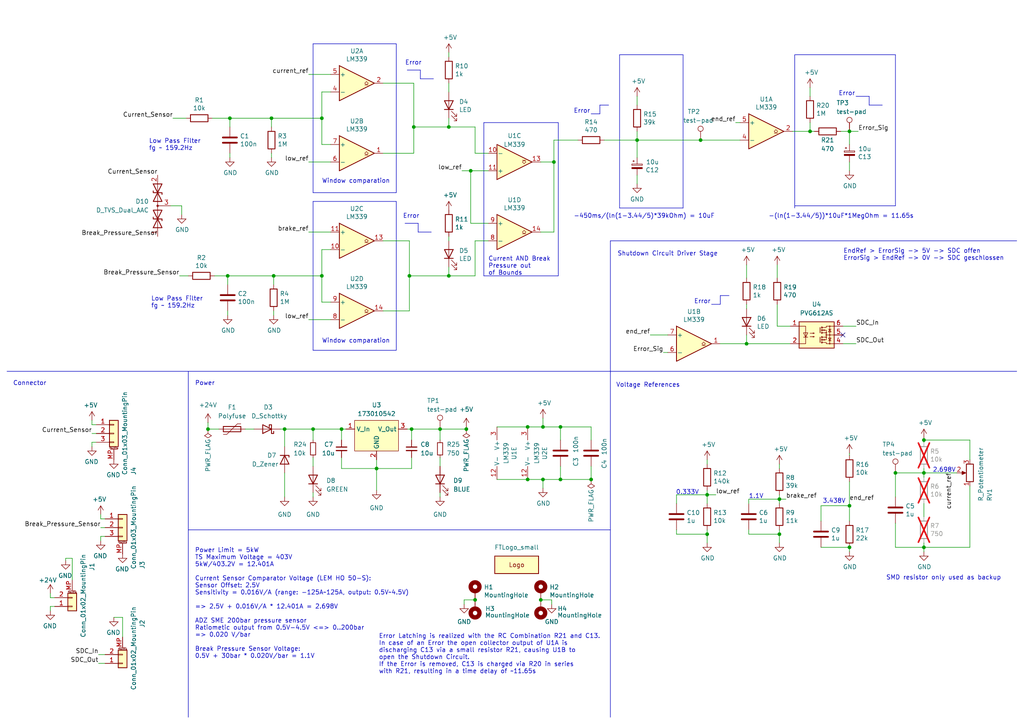
<source format=kicad_sch>
(kicad_sch
	(version 20250114)
	(generator "eeschema")
	(generator_version "9.0")
	(uuid "3b078104-7e9e-4a52-8931-d75a9f32a55c")
	(paper "A4")
	(title_block
		(title "BSPD")
		(date "2025-03-20")
		(rev "V1")
		(comment 1 "Johnny Hsu")
	)
	
	(text "EndRef > ErrorSig -> 5V -> SDC offen\nErrorSig > EndRef -> 0V -> SDC geschlossen"
		(exclude_from_sim no)
		(at 244.602 75.692 0)
		(effects
			(font
				(size 1.27 1.27)
			)
			(justify left bottom)
		)
		(uuid "10f3f5c9-2183-433a-9d52-94f6637385de")
	)
	(text "Shutdown Circuit Driver Stage"
		(exclude_from_sim no)
		(at 179.07 74.422 0)
		(effects
			(font
				(size 1.27 1.27)
			)
			(justify left bottom)
		)
		(uuid "2b1581b8-6a82-4a65-ab55-f88d24b7b484")
	)
	(text "0.333V"
		(exclude_from_sim no)
		(at 199.39 142.875 0)
		(effects
			(font
				(size 1.27 1.27)
			)
		)
		(uuid "34b01161-e7a2-4352-a4f0-7946a269658c")
	)
	(text "Current AND Break \nPressure out \nof Bounds\n"
		(exclude_from_sim no)
		(at 141.605 80.01 0)
		(effects
			(font
				(size 1.27 1.27)
			)
			(justify left bottom)
		)
		(uuid "4adc31fb-1826-409e-9dba-1546c87cae0b")
	)
	(text "Error"
		(exclude_from_sim no)
		(at 166.37 33.02 0)
		(effects
			(font
				(size 1.27 1.27)
			)
			(justify left bottom)
		)
		(uuid "59753539-28a4-4578-9952-78c4b817b8f6")
	)
	(text "Low Pass Filter\nfg ~ 159.2Hz"
		(exclude_from_sim no)
		(at 43.815 89.535 0)
		(effects
			(font
				(size 1.27 1.27)
			)
			(justify left bottom)
		)
		(uuid "60c39b9c-26db-40e3-997f-85611641af3c")
	)
	(text "Low Pass Filter\nfg ~ 159.2Hz"
		(exclude_from_sim no)
		(at 43.18 43.815 0)
		(effects
			(font
				(size 1.27 1.27)
			)
			(justify left bottom)
		)
		(uuid "61732727-c0f9-45e4-b6ae-68587c0d24ec")
	)
	(text "1.1V"
		(exclude_from_sim no)
		(at 217.17 144.78 0)
		(effects
			(font
				(size 1.27 1.27)
			)
			(justify left bottom)
		)
		(uuid "6217ecae-3787-4ef2-8483-4772c024694e")
	)
	(text "3.438V"
		(exclude_from_sim no)
		(at 241.935 145.415 0)
		(effects
			(font
				(size 1.27 1.27)
			)
		)
		(uuid "62251048-d670-458e-a2c9-09980cd236b2")
	)
	(text "Error"
		(exclude_from_sim no)
		(at 243.205 27.94 0)
		(effects
			(font
				(size 1.27 1.27)
			)
			(justify left bottom)
		)
		(uuid "78a2fbd6-ec96-43e1-8467-53c9840b0276")
	)
	(text "-(ln(1-3.44/5))*10uF*1MegOhm = 11.65s"
		(exclude_from_sim no)
		(at 222.885 63.5 0)
		(effects
			(font
				(size 1.27 1.27)
			)
			(justify left bottom)
		)
		(uuid "7cde2efa-352e-4380-997c-5ba5d8a098c6")
	)
	(text "Voltage References"
		(exclude_from_sim no)
		(at 187.96 111.76 0)
		(effects
			(font
				(size 1.27 1.27)
			)
		)
		(uuid "7f687585-acaa-4d39-b2b7-dc384998fdde")
	)
	(text "Error"
		(exclude_from_sim no)
		(at 201.295 88.265 0)
		(effects
			(font
				(size 1.27 1.27)
			)
			(justify left bottom)
		)
		(uuid "9151a412-0d43-452b-b1d1-8aefe2641d59")
	)
	(text "Window comparation\n"
		(exclude_from_sim no)
		(at 93.345 53.34 0)
		(effects
			(font
				(size 1.27 1.27)
			)
			(justify left bottom)
		)
		(uuid "93ef4fe0-b749-4d9d-8941-8c127c5ae459")
	)
	(text "Error"
		(exclude_from_sim no)
		(at 117.475 19.05 0)
		(effects
			(font
				(size 1.27 1.27)
			)
			(justify left bottom)
		)
		(uuid "9caae028-7f23-4b1f-9b36-ac2d92c94d01")
	)
	(text "2.698V"
		(exclude_from_sim no)
		(at 270.51 137.16 0)
		(effects
			(font
				(size 1.27 1.27)
			)
			(justify left bottom)
		)
		(uuid "9f0b16ba-12e7-4904-aeda-4f98bf2626b8")
	)
	(text "Error"
		(exclude_from_sim no)
		(at 116.84 63.5 0)
		(effects
			(font
				(size 1.27 1.27)
			)
			(justify left bottom)
		)
		(uuid "ade8d90d-0568-4297-a072-387ccfb2ea29")
	)
	(text "SMD resistor only used as backup"
		(exclude_from_sim no)
		(at 273.685 167.64 0)
		(effects
			(font
				(size 1.27 1.27)
			)
		)
		(uuid "b27b6452-9939-40fa-a5f8-f2edbc0850d4")
	)
	(text "Connector"
		(exclude_from_sim no)
		(at 8.636 111.252 0)
		(effects
			(font
				(size 1.27 1.27)
			)
		)
		(uuid "d5e02a24-d354-4087-bb32-34d8baf0ac91")
	)
	(text "Power"
		(exclude_from_sim no)
		(at 59.436 111.252 0)
		(effects
			(font
				(size 1.27 1.27)
			)
		)
		(uuid "e0c52085-32b1-402b-a1ac-2d9bc5a33742")
	)
	(text "Power Limit = 5kW\nTS Maximum Voltage = 403V\n5kW/403.2V = 12.401A\n\nCurrent Sensor Comparator Voltage (LEM HO 50-S):\nSensor Offset: 2.5V\nSensitivity = 0.016V/A (range: -125A~125A, output: 0.5V~4.5V)\n\n=> 2.5V + 0.016V/A * 12.401A = 2.698V \n\nADZ SME 200bar pressure sensor\nRatiometic output from 0.5V-4.5V <=> 0..200bar\n=> 0.020 V/bar\n\nBreak Pressure Sensor Voltage:\n0.5V + 30bar * 0.020V/bar = 1.1V"
		(exclude_from_sim no)
		(at 56.515 191.135 0)
		(effects
			(font
				(size 1.27 1.27)
			)
			(justify left bottom)
		)
		(uuid "e22ccefc-3300-442e-a43f-6763dc34a4f0")
	)
	(text "-450ms/(ln(1-3.44/5)*39kOhm) = 10uF"
		(exclude_from_sim no)
		(at 166.37 63.5 0)
		(effects
			(font
				(size 1.27 1.27)
			)
			(justify left bottom)
		)
		(uuid "ee684a4e-e295-4f24-b2a3-f758e14c6f97")
	)
	(text "Window comparation"
		(exclude_from_sim no)
		(at 93.345 99.695 0)
		(effects
			(font
				(size 1.27 1.27)
			)
			(justify left bottom)
		)
		(uuid "eebb8b93-58e9-4d24-96e7-ff8e4faf99b4")
	)
	(text "Error Latching is realized with the RC Combination R21 and C13. \nIn case of an Error the open collector output of U1A is \ndischarging C13 via a small resistor R21, causing U1B to\nopen the Shutdown Circuit.\nIf the Error is removed, C13 is charged via R20 in series \nwith R21, resulting in a time delay of ~11.65s"
		(exclude_from_sim no)
		(at 109.855 195.58 0)
		(effects
			(font
				(size 1.27 1.27)
			)
			(justify left bottom)
		)
		(uuid "ff89c4c6-9da4-4591-b17d-a8dddab36438")
	)
	(junction
		(at 184.785 40.64)
		(diameter 0)
		(color 0 0 0 0)
		(uuid "02d690d3-7eb1-424b-a637-f0441c446847")
	)
	(junction
		(at 99.06 124.46)
		(diameter 0)
		(color 0 0 0 0)
		(uuid "0458f8d6-d0c3-458c-8e82-cc444fa3124f")
	)
	(junction
		(at 246.38 38.1)
		(diameter 0)
		(color 0 0 0 0)
		(uuid "06c74d33-22f4-4fde-a3fb-20ca542cd4b0")
	)
	(junction
		(at 156.845 173.99)
		(diameter 0)
		(color 0 0 0 0)
		(uuid "06fb1cbb-f25b-4301-b638-062cf91c8fcd")
	)
	(junction
		(at 205.105 143.51)
		(diameter 0)
		(color 0 0 0 0)
		(uuid "07d68cf4-cf26-494a-ad7d-ef3cd03594e6")
	)
	(junction
		(at 79.375 80.01)
		(diameter 0)
		(color 0 0 0 0)
		(uuid "0c064fd7-ff07-4667-bb75-8391ab6f72b5")
	)
	(junction
		(at 153.035 139.065)
		(diameter 0)
		(color 0 0 0 0)
		(uuid "0c0d150e-e401-4a19-9cc8-b434c5ff2e4c")
	)
	(junction
		(at 267.97 158.75)
		(diameter 0)
		(color 0 0 0 0)
		(uuid "112461c7-b9be-42a9-b362-6021372ba978")
	)
	(junction
		(at 171.45 139.065)
		(diameter 0)
		(color 0 0 0 0)
		(uuid "1798150b-b727-43bf-bb89-8ad75b043c93")
	)
	(junction
		(at 226.06 154.94)
		(diameter 0)
		(color 0 0 0 0)
		(uuid "18bcc3e2-20e2-465e-932d-7d26cac36623")
	)
	(junction
		(at 153.035 123.825)
		(diameter 0)
		(color 0 0 0 0)
		(uuid "1c4342d2-bcf1-4d37-a8c2-8d777f124aa2")
	)
	(junction
		(at 157.48 139.065)
		(diameter 0)
		(color 0 0 0 0)
		(uuid "2f84e17f-2d98-4988-8b9b-c91ff5594bdf")
	)
	(junction
		(at 136.525 49.53)
		(diameter 0)
		(color 0 0 0 0)
		(uuid "30b5ee56-3720-4a2d-9ee0-78d5fbd48af0")
	)
	(junction
		(at 118.745 80.01)
		(diameter 0)
		(color 0 0 0 0)
		(uuid "3368e8f6-165f-48eb-ac32-83cb88e63377")
	)
	(junction
		(at 267.97 137.16)
		(diameter 0)
		(color 0 0 0 0)
		(uuid "43ab5b80-79a9-4b08-b8f6-496557d74bf7")
	)
	(junction
		(at 259.715 137.16)
		(diameter 0)
		(color 0 0 0 0)
		(uuid "44fc85d1-0129-44f6-a7d1-776198683d7c")
	)
	(junction
		(at 127.635 124.46)
		(diameter 0)
		(color 0 0 0 0)
		(uuid "4935f7b4-c7f7-48a5-9121-8ebe77ce7023")
	)
	(junction
		(at 120.015 36.83)
		(diameter 0)
		(color 0 0 0 0)
		(uuid "4a804cbc-b668-42b2-9234-66b7081b2220")
	)
	(junction
		(at 267.97 127.635)
		(diameter 0)
		(color 0 0 0 0)
		(uuid "4bb7811f-eb59-4730-bf50-2113e6571f32")
	)
	(junction
		(at 90.805 124.46)
		(diameter 0)
		(color 0 0 0 0)
		(uuid "51655b20-c8fa-46dd-b8d8-ed44ee7b58e0")
	)
	(junction
		(at 119.38 124.46)
		(diameter 0)
		(color 0 0 0 0)
		(uuid "548e3987-aa39-4ea0-9f8f-bfa1774b0b92")
	)
	(junction
		(at 137.795 173.99)
		(diameter 0)
		(color 0 0 0 0)
		(uuid "55f4ecea-f517-46db-a8cc-bd98c075fb13")
	)
	(junction
		(at 130.175 36.83)
		(diameter 0)
		(color 0 0 0 0)
		(uuid "59019b33-e5d7-47a5-b697-da92c960d293")
	)
	(junction
		(at 160.655 46.99)
		(diameter 0)
		(color 0 0 0 0)
		(uuid "5d4c51cc-3039-45de-aede-c6f0bf2ba6b8")
	)
	(junction
		(at 234.95 38.1)
		(diameter 0)
		(color 0 0 0 0)
		(uuid "5fd5a07e-a9a3-48ea-88f8-c5d741b0d6b2")
	)
	(junction
		(at 226.06 144.78)
		(diameter 0)
		(color 0 0 0 0)
		(uuid "66aa2089-8ff2-4077-9185-adefd252a2c8")
	)
	(junction
		(at 203.2 40.64)
		(diameter 0)
		(color 0 0 0 0)
		(uuid "73350c8d-7141-4f80-abc3-d3171757ddd2")
	)
	(junction
		(at 246.38 158.75)
		(diameter 0)
		(color 0 0 0 0)
		(uuid "7709efe2-1390-487e-91e6-d8be8132aee9")
	)
	(junction
		(at 162.56 139.065)
		(diameter 0)
		(color 0 0 0 0)
		(uuid "8588352e-a2f9-4b66-95d7-e68f2a9c9038")
	)
	(junction
		(at 66.04 80.01)
		(diameter 0)
		(color 0 0 0 0)
		(uuid "8fa915e0-51c7-444b-8cc2-e8bb066962d7")
	)
	(junction
		(at 78.74 34.29)
		(diameter 0)
		(color 0 0 0 0)
		(uuid "a3688ae8-4672-4a89-af8c-8385ab151417")
	)
	(junction
		(at 60.325 124.46)
		(diameter 0)
		(color 0 0 0 0)
		(uuid "a6c6b364-7bce-4201-95f1-7583ff490abc")
	)
	(junction
		(at 162.56 123.825)
		(diameter 0)
		(color 0 0 0 0)
		(uuid "ae3f1345-5a2d-4f4d-ae05-dcebe084d843")
	)
	(junction
		(at 82.55 124.46)
		(diameter 0)
		(color 0 0 0 0)
		(uuid "be863020-4567-4509-bdcb-56bb803255c4")
	)
	(junction
		(at 157.48 123.825)
		(diameter 0)
		(color 0 0 0 0)
		(uuid "c6621e4e-1941-4ea1-9bfd-ebb879e0a948")
	)
	(junction
		(at 205.105 154.94)
		(diameter 0)
		(color 0 0 0 0)
		(uuid "c80b2f69-626e-4538-a37b-c1e0cbdfd599")
	)
	(junction
		(at 130.175 80.01)
		(diameter 0)
		(color 0 0 0 0)
		(uuid "cd84f5ae-cacc-4b78-9237-e9c6379a489b")
	)
	(junction
		(at 135.255 124.46)
		(diameter 0)
		(color 0 0 0 0)
		(uuid "d0ffe236-7d4f-4569-a5ad-619ee72a59c6")
	)
	(junction
		(at 246.38 146.685)
		(diameter 0)
		(color 0 0 0 0)
		(uuid "d3799bb2-a9db-4f42-8072-f7a4360b3370")
	)
	(junction
		(at 93.345 80.01)
		(diameter 0)
		(color 0 0 0 0)
		(uuid "efc63770-6c1a-4d94-b98e-634a1e24ff45")
	)
	(junction
		(at 93.345 34.29)
		(diameter 0)
		(color 0 0 0 0)
		(uuid "f2fcb01b-f454-47c9-a1b7-a081b24ae0cf")
	)
	(junction
		(at 216.535 99.695)
		(diameter 0)
		(color 0 0 0 0)
		(uuid "fa9d8a9b-57c4-492e-8ec2-e4c36e6342f7")
	)
	(junction
		(at 66.675 34.29)
		(diameter 0)
		(color 0 0 0 0)
		(uuid "fc2323eb-cb28-44c9-bec4-7732f2cd2e68")
	)
	(junction
		(at 109.22 135.89)
		(diameter 0)
		(color 0 0 0 0)
		(uuid "fd0e4892-3053-494b-b2b0-13d651fdaf55")
	)
	(no_connect
		(at 244.475 97.155)
		(uuid "d3ddf772-ea98-490c-bf6e-303d1758f40b")
	)
	(polyline
		(pts
			(xy 90.805 55.88) (xy 90.805 12.7)
		)
		(stroke
			(width 0)
			(type default)
		)
		(uuid "001e511e-de57-4a85-9bab-dd234b1015fa")
	)
	(polyline
		(pts
			(xy 118.11 20.32) (xy 121.92 20.32)
		)
		(stroke
			(width 0)
			(type solid)
		)
		(uuid "0078c7ef-7e33-44d6-b635-4885fd7831ca")
	)
	(wire
		(pts
			(xy 27.94 125.73) (xy 26.67 125.73)
		)
		(stroke
			(width 0)
			(type default)
		)
		(uuid "00b14196-a93a-4f20-b3c2-8e9db93cec6f")
	)
	(wire
		(pts
			(xy 130.175 24.13) (xy 130.175 26.67)
		)
		(stroke
			(width 0)
			(type default)
		)
		(uuid "00dc4daf-f5b5-4889-a6f1-e85d8f7b08c8")
	)
	(wire
		(pts
			(xy 133.985 49.53) (xy 136.525 49.53)
		)
		(stroke
			(width 0)
			(type default)
		)
		(uuid "01f2e5d3-4296-4677-bff4-8d113ba07bd3")
	)
	(wire
		(pts
			(xy 246.38 131.445) (xy 246.38 132.08)
		)
		(stroke
			(width 0)
			(type default)
		)
		(uuid "024a4d45-f78d-4557-9f62-8f2c4b21d132")
	)
	(wire
		(pts
			(xy 236.22 38.1) (xy 234.95 38.1)
		)
		(stroke
			(width 0)
			(type default)
		)
		(uuid "044387c8-7065-4901-b719-a6c257a2745b")
	)
	(wire
		(pts
			(xy 205.105 154.94) (xy 205.105 157.48)
		)
		(stroke
			(width 0)
			(type default)
		)
		(uuid "0597ed0d-4656-46d5-af17-2d9c89c7fd61")
	)
	(wire
		(pts
			(xy 156.845 67.31) (xy 160.655 67.31)
		)
		(stroke
			(width 0)
			(type default)
		)
		(uuid "061beca8-7fa4-470e-8d52-2be35660c92e")
	)
	(wire
		(pts
			(xy 281.305 158.75) (xy 267.97 158.75)
		)
		(stroke
			(width 0)
			(type default)
		)
		(uuid "0a396313-07ab-4f53-9146-483e6f1547fc")
	)
	(wire
		(pts
			(xy 238.125 146.685) (xy 246.38 146.685)
		)
		(stroke
			(width 0)
			(type default)
		)
		(uuid "0b6bf03c-7b37-4526-b905-aaeacce58b2a")
	)
	(wire
		(pts
			(xy 109.22 133.35) (xy 109.22 135.89)
		)
		(stroke
			(width 0)
			(type default)
		)
		(uuid "0c33e869-acbf-41d4-b086-12b2f47c41f9")
	)
	(wire
		(pts
			(xy 259.715 137.16) (xy 267.97 137.16)
		)
		(stroke
			(width 0)
			(type default)
		)
		(uuid "0cc0b05b-d9e3-468f-b0ec-bb2d7b05cad6")
	)
	(wire
		(pts
			(xy 130.175 80.01) (xy 137.795 80.01)
		)
		(stroke
			(width 0)
			(type default)
		)
		(uuid "0d07fcd0-f92e-413f-ac02-3d86fb67e7ad")
	)
	(wire
		(pts
			(xy 93.345 80.01) (xy 93.345 87.63)
		)
		(stroke
			(width 0)
			(type default)
		)
		(uuid "0d94ae63-5f0d-4821-b883-bd63b5162d65")
	)
	(wire
		(pts
			(xy 130.175 77.47) (xy 130.175 80.01)
		)
		(stroke
			(width 0)
			(type default)
		)
		(uuid "0f223f09-e7ec-4975-a031-a23d16355a82")
	)
	(wire
		(pts
			(xy 137.795 44.45) (xy 137.795 36.83)
		)
		(stroke
			(width 0)
			(type default)
		)
		(uuid "0f8741af-8122-4c88-bec3-b4327e4feb9b")
	)
	(wire
		(pts
			(xy 246.38 139.7) (xy 246.38 146.685)
		)
		(stroke
			(width 0)
			(type default)
		)
		(uuid "10a0b4ae-27da-4447-8abc-2d3ac8f3d620")
	)
	(wire
		(pts
			(xy 184.785 50.8) (xy 184.785 53.34)
		)
		(stroke
			(width 0)
			(type default)
		)
		(uuid "10f1da89-6f6a-46cb-a319-375bc5280e4b")
	)
	(wire
		(pts
			(xy 196.215 154.94) (xy 205.105 154.94)
		)
		(stroke
			(width 0)
			(type default)
		)
		(uuid "120c46a5-1723-47ce-8724-833f29687cb8")
	)
	(polyline
		(pts
			(xy 173.99 30.48) (xy 176.53 30.48)
		)
		(stroke
			(width 0)
			(type solid)
		)
		(uuid "1289eba9-c355-42e3-b3a8-46ea8c858553")
	)
	(wire
		(pts
			(xy 238.125 158.75) (xy 246.38 158.75)
		)
		(stroke
			(width 0)
			(type default)
		)
		(uuid "13eae7a8-c8d4-4a74-a325-219af8799895")
	)
	(wire
		(pts
			(xy 229.87 38.1) (xy 234.95 38.1)
		)
		(stroke
			(width 0)
			(type default)
		)
		(uuid "14034313-28ce-418b-9c1d-68184c5ad3f6")
	)
	(wire
		(pts
			(xy 119.38 124.46) (xy 127.635 124.46)
		)
		(stroke
			(width 0)
			(type default)
		)
		(uuid "1403f7d1-64a3-48fe-90d3-dc853604b652")
	)
	(wire
		(pts
			(xy 184.785 40.64) (xy 184.785 38.1)
		)
		(stroke
			(width 0)
			(type default)
		)
		(uuid "14976ad9-7af3-449e-969a-dabe604db984")
	)
	(wire
		(pts
			(xy 217.17 153.67) (xy 217.17 154.94)
		)
		(stroke
			(width 0)
			(type default)
		)
		(uuid "17abc560-a41b-47dc-ab11-11014fe7bfcc")
	)
	(wire
		(pts
			(xy 157.48 139.065) (xy 162.56 139.065)
		)
		(stroke
			(width 0)
			(type default)
		)
		(uuid "188001dc-f484-4138-a372-50f5ca12ac0c")
	)
	(wire
		(pts
			(xy 127.635 124.46) (xy 127.635 127.635)
		)
		(stroke
			(width 0)
			(type default)
		)
		(uuid "1befc1e9-d449-4d05-affd-ff63fbb6178a")
	)
	(wire
		(pts
			(xy 61.595 34.29) (xy 66.675 34.29)
		)
		(stroke
			(width 0)
			(type default)
		)
		(uuid "1ccafd5e-08c7-4535-b73b-f77c1ba21da5")
	)
	(wire
		(pts
			(xy 244.475 99.695) (xy 248.285 99.695)
		)
		(stroke
			(width 0)
			(type default)
		)
		(uuid "1d0a5ef0-0b22-45f2-9605-f2d62c596f35")
	)
	(wire
		(pts
			(xy 120.015 36.83) (xy 130.175 36.83)
		)
		(stroke
			(width 0)
			(type default)
		)
		(uuid "1d3861ad-bf1a-4b41-910a-1bcd44423bf6")
	)
	(polyline
		(pts
			(xy 114.935 12.7) (xy 114.935 55.88)
		)
		(stroke
			(width 0)
			(type default)
		)
		(uuid "1eda520c-dec0-4da9-bfcd-5279b8cdac81")
	)
	(wire
		(pts
			(xy 267.97 157.48) (xy 267.97 158.75)
		)
		(stroke
			(width 0)
			(type default)
		)
		(uuid "1ee67f8b-5604-4109-8297-33f5cc49f0fd")
	)
	(wire
		(pts
			(xy 82.55 124.46) (xy 90.805 124.46)
		)
		(stroke
			(width 0)
			(type default)
		)
		(uuid "1f07c4d0-8f68-40c2-aebb-120a9effec3b")
	)
	(wire
		(pts
			(xy 109.22 135.89) (xy 119.38 135.89)
		)
		(stroke
			(width 0)
			(type default)
		)
		(uuid "216fb90c-6f87-40dd-b949-62be97dd97df")
	)
	(wire
		(pts
			(xy 118.745 90.17) (xy 111.125 90.17)
		)
		(stroke
			(width 0)
			(type default)
		)
		(uuid "21d74ba7-2814-4833-9cbb-22ad5d79d3dc")
	)
	(wire
		(pts
			(xy 63.5 124.46) (xy 60.325 124.46)
		)
		(stroke
			(width 0)
			(type default)
		)
		(uuid "21f43952-e581-4625-b646-a8a272a514b9")
	)
	(wire
		(pts
			(xy 246.38 38.1) (xy 246.38 41.91)
		)
		(stroke
			(width 0)
			(type default)
		)
		(uuid "22d99b63-8bea-48c9-98e6-eda12c7977f1")
	)
	(polyline
		(pts
			(xy 230.505 59.69) (xy 259.715 59.69)
		)
		(stroke
			(width 0)
			(type default)
		)
		(uuid "236a00e1-e639-44d1-a1d4-60cd441d82e9")
	)
	(wire
		(pts
			(xy 66.675 44.45) (xy 66.675 45.72)
		)
		(stroke
			(width 0)
			(type default)
		)
		(uuid "25e092fc-deed-47a1-b6a0-7cdef9fd2396")
	)
	(polyline
		(pts
			(xy 206.375 88.265) (xy 208.915 88.265)
		)
		(stroke
			(width 0)
			(type solid)
		)
		(uuid "27d993d8-7612-42b8-aff0-342c28898a00")
	)
	(polyline
		(pts
			(xy 121.92 22.86) (xy 125.73 22.86)
		)
		(stroke
			(width 0)
			(type solid)
		)
		(uuid "2876d16e-097a-47f2-b487-a17ed0f36d5f")
	)
	(wire
		(pts
			(xy 234.95 25.4) (xy 234.95 27.94)
		)
		(stroke
			(width 0)
			(type default)
		)
		(uuid "2a493b31-a13a-4aed-a683-bea3c889beb0")
	)
	(wire
		(pts
			(xy 78.74 36.83) (xy 78.74 34.29)
		)
		(stroke
			(width 0)
			(type default)
		)
		(uuid "2a831477-d633-447d-8624-5be1b843e471")
	)
	(wire
		(pts
			(xy 79.375 80.01) (xy 93.345 80.01)
		)
		(stroke
			(width 0)
			(type default)
		)
		(uuid "2a944ed6-4ad9-4711-8528-f6dda82d3d91")
	)
	(polyline
		(pts
			(xy 54.61 107.696) (xy 54.61 208.026)
		)
		(stroke
			(width 0)
			(type default)
		)
		(uuid "2b9bbbcf-3e95-4bba-a878-0c0c16d5b02d")
	)
	(wire
		(pts
			(xy 226.06 144.78) (xy 226.06 146.05)
		)
		(stroke
			(width 0)
			(type default)
		)
		(uuid "2d095b22-d27f-410c-80cb-80e19a581eff")
	)
	(wire
		(pts
			(xy 111.125 24.13) (xy 120.015 24.13)
		)
		(stroke
			(width 0)
			(type default)
		)
		(uuid "3013cdc8-80db-42e1-8d05-754e7cdf0f06")
	)
	(wire
		(pts
			(xy 30.48 150.495) (xy 29.21 150.495)
		)
		(stroke
			(width 0)
			(type default)
		)
		(uuid "3014a030-2b92-4ea9-aa44-389b15d5c7c4")
	)
	(wire
		(pts
			(xy 15.875 173.355) (xy 14.605 173.355)
		)
		(stroke
			(width 0)
			(type default)
		)
		(uuid "31f2526e-be2e-443d-bd80-493dc079c3f1")
	)
	(wire
		(pts
			(xy 99.06 124.46) (xy 99.06 127.635)
		)
		(stroke
			(width 0)
			(type default)
		)
		(uuid "33105f4b-f47b-4119-aa7e-e2906461987f")
	)
	(polyline
		(pts
			(xy 121.92 20.32) (xy 121.92 22.86)
		)
		(stroke
			(width 0)
			(type solid)
		)
		(uuid "3639d1d8-9a8b-4479-9419-0bbf03c83844")
	)
	(wire
		(pts
			(xy 141.605 44.45) (xy 137.795 44.45)
		)
		(stroke
			(width 0)
			(type default)
		)
		(uuid "39d81bf0-761a-4c95-a8ea-2b60e098a8f2")
	)
	(wire
		(pts
			(xy 90.805 132.715) (xy 90.805 135.255)
		)
		(stroke
			(width 0)
			(type default)
		)
		(uuid "3b94f7cc-1bbe-4f9e-9bf5-f9c0f6183298")
	)
	(wire
		(pts
			(xy 225.425 94.615) (xy 229.235 94.615)
		)
		(stroke
			(width 0)
			(type default)
		)
		(uuid "3d001dc4-94bc-4f7e-950c-757374016f54")
	)
	(wire
		(pts
			(xy 127.635 142.875) (xy 127.635 144.145)
		)
		(stroke
			(width 0)
			(type default)
		)
		(uuid "3d868ad1-914e-4bbc-8c72-aa09bdf2f744")
	)
	(wire
		(pts
			(xy 90.805 124.46) (xy 90.805 127.635)
		)
		(stroke
			(width 0)
			(type default)
		)
		(uuid "3dc14943-d1aa-4203-b279-84ace039c92e")
	)
	(wire
		(pts
			(xy 216.535 88.265) (xy 216.535 89.535)
		)
		(stroke
			(width 0)
			(type default)
		)
		(uuid "3dd28df5-363b-4563-91b9-3a214c0a7204")
	)
	(wire
		(pts
			(xy 130.175 36.83) (xy 137.795 36.83)
		)
		(stroke
			(width 0)
			(type default)
		)
		(uuid "4063ed0f-5e2f-4106-900d-656097b1ea94")
	)
	(wire
		(pts
			(xy 136.525 64.77) (xy 141.605 64.77)
		)
		(stroke
			(width 0)
			(type default)
		)
		(uuid "45bd3f3d-f7b4-4793-8d20-9cfb29ce164c")
	)
	(polyline
		(pts
			(xy 161.925 35.56) (xy 161.925 80.01)
		)
		(stroke
			(width 0)
			(type default)
		)
		(uuid "464696f4-8924-40b8-9f30-3aac5ba7902e")
	)
	(wire
		(pts
			(xy 29.21 156.845) (xy 29.21 155.575)
		)
		(stroke
			(width 0)
			(type default)
		)
		(uuid "4651fa25-82b9-44b9-8981-909315c2b2fb")
	)
	(wire
		(pts
			(xy 52.07 80.01) (xy 54.61 80.01)
		)
		(stroke
			(width 0)
			(type default)
		)
		(uuid "46a97759-619f-44ab-a056-49f30ef50f47")
	)
	(wire
		(pts
			(xy 226.06 143.51) (xy 226.06 144.78)
		)
		(stroke
			(width 0)
			(type default)
		)
		(uuid "48c4fc06-0c85-48af-b2cf-6878e20db610")
	)
	(wire
		(pts
			(xy 27.94 128.27) (xy 26.67 128.27)
		)
		(stroke
			(width 0)
			(type default)
		)
		(uuid "4a443806-848f-44d8-8c49-e628577502b9")
	)
	(wire
		(pts
			(xy 188.595 97.155) (xy 193.675 97.155)
		)
		(stroke
			(width 0)
			(type default)
		)
		(uuid "4c9e552f-8ede-4c66-8d24-025ae040e7ad")
	)
	(polyline
		(pts
			(xy 114.935 55.88) (xy 90.805 55.88)
		)
		(stroke
			(width 0)
			(type default)
		)
		(uuid "4f5d1f21-ccd7-4ff7-a7bc-9fd9e11790a9")
	)
	(polyline
		(pts
			(xy 252.095 30.48) (xy 255.905 30.48)
		)
		(stroke
			(width 0)
			(type solid)
		)
		(uuid "4fbd31df-b708-475e-88d1-cf11f1d86d67")
	)
	(wire
		(pts
			(xy 267.97 137.16) (xy 277.495 137.16)
		)
		(stroke
			(width 0)
			(type default)
		)
		(uuid "512b2b08-f402-4cc7-87ce-98dcdc1e29b9")
	)
	(polyline
		(pts
			(xy 140.335 35.56) (xy 140.335 80.01)
		)
		(stroke
			(width 0)
			(type default)
		)
		(uuid "5373489d-609a-44ad-8d47-ae922f4f39b0")
	)
	(polyline
		(pts
			(xy 198.12 15.875) (xy 179.705 15.875)
		)
		(stroke
			(width 0)
			(type default)
		)
		(uuid "54f404ca-28f7-4fed-87e6-df6bdf53b8bf")
	)
	(polyline
		(pts
			(xy 90.805 58.42) (xy 114.935 58.42)
		)
		(stroke
			(width 0)
			(type default)
		)
		(uuid "588a8328-0c06-43ea-ba0a-a9a5875263e7")
	)
	(wire
		(pts
			(xy 66.04 90.17) (xy 66.04 91.44)
		)
		(stroke
			(width 0)
			(type default)
		)
		(uuid "58ce2a38-3c32-4467-8882-267205ef6cce")
	)
	(wire
		(pts
			(xy 118.745 80.01) (xy 118.745 90.17)
		)
		(stroke
			(width 0)
			(type default)
		)
		(uuid "5a23084a-1682-40a1-8b13-4820af964169")
	)
	(polyline
		(pts
			(xy 121.285 64.77) (xy 121.285 67.31)
		)
		(stroke
			(width 0)
			(type solid)
		)
		(uuid "5b6279b8-3d2b-46e6-afb2-6b2a6fb38bbd")
	)
	(wire
		(pts
			(xy 89.535 92.71) (xy 95.885 92.71)
		)
		(stroke
			(width 0)
			(type default)
		)
		(uuid "5c6ed078-a2bc-403a-9b34-0d133236d753")
	)
	(polyline
		(pts
			(xy 114.935 101.6) (xy 90.805 101.6)
		)
		(stroke
			(width 0)
			(type default)
		)
		(uuid "5c70cea8-9769-415b-bcc7-f8bb41a0c9b2")
	)
	(wire
		(pts
			(xy 52.705 59.69) (xy 49.53 59.69)
		)
		(stroke
			(width 0)
			(type default)
		)
		(uuid "5f4cd65c-e6b0-4c31-ae3d-9d27e7f64832")
	)
	(wire
		(pts
			(xy 120.015 36.83) (xy 120.015 24.13)
		)
		(stroke
			(width 0)
			(type default)
		)
		(uuid "600bbab9-7f19-4ea4-b617-73b78b70e2c1")
	)
	(wire
		(pts
			(xy 130.175 15.24) (xy 130.175 16.51)
		)
		(stroke
			(width 0)
			(type default)
		)
		(uuid "601b497d-e5df-4108-a523-828b4551291e")
	)
	(wire
		(pts
			(xy 267.97 127.635) (xy 281.305 127.635)
		)
		(stroke
			(width 0)
			(type default)
		)
		(uuid "609f1ec7-9cce-4499-900e-512147397fb4")
	)
	(wire
		(pts
			(xy 267.97 146.05) (xy 267.97 149.86)
		)
		(stroke
			(width 0)
			(type default)
		)
		(uuid "62de040a-9468-466e-bf45-b1f612f34b5d")
	)
	(wire
		(pts
			(xy 259.715 158.75) (xy 267.97 158.75)
		)
		(stroke
			(width 0)
			(type default)
		)
		(uuid "641ade85-6bbd-4eba-99a2-1461307da5c0")
	)
	(wire
		(pts
			(xy 90.805 142.875) (xy 90.805 144.145)
		)
		(stroke
			(width 0)
			(type default)
		)
		(uuid "649d226e-d908-4fb5-8991-0af73607b009")
	)
	(wire
		(pts
			(xy 89.535 67.31) (xy 95.885 67.31)
		)
		(stroke
			(width 0)
			(type default)
		)
		(uuid "64be79ff-65eb-4a3a-bf4b-f5e204971850")
	)
	(wire
		(pts
			(xy 203.2 40.64) (xy 214.63 40.64)
		)
		(stroke
			(width 0)
			(type default)
		)
		(uuid "6abcf0e1-bc51-4895-8d1d-d9053c606b20")
	)
	(wire
		(pts
			(xy 81.28 124.46) (xy 82.55 124.46)
		)
		(stroke
			(width 0)
			(type default)
		)
		(uuid "6edfb8a9-8cc9-42e4-8258-00d0e8e0202c")
	)
	(wire
		(pts
			(xy 95.885 72.39) (xy 93.345 72.39)
		)
		(stroke
			(width 0)
			(type default)
		)
		(uuid "708aa86d-bf05-4c57-aaae-6df603e15a2e")
	)
	(wire
		(pts
			(xy 118.11 124.46) (xy 119.38 124.46)
		)
		(stroke
			(width 0)
			(type default)
		)
		(uuid "7097e522-77cd-43b1-8ac8-1ba3b7f41191")
	)
	(polyline
		(pts
			(xy 140.335 80.01) (xy 161.925 80.01)
		)
		(stroke
			(width 0)
			(type default)
		)
		(uuid "70f2f59e-d26a-4945-859b-cb890c9d15da")
	)
	(wire
		(pts
			(xy 216.535 99.695) (xy 208.915 99.695)
		)
		(stroke
			(width 0)
			(type default)
		)
		(uuid "71feb915-488e-4dff-851c-13304d9e648c")
	)
	(wire
		(pts
			(xy 196.215 143.51) (xy 196.215 146.05)
		)
		(stroke
			(width 0)
			(type default)
		)
		(uuid "736337ad-7c35-4001-ba96-09066e183edd")
	)
	(wire
		(pts
			(xy 66.04 80.01) (xy 79.375 80.01)
		)
		(stroke
			(width 0)
			(type default)
		)
		(uuid "738d50ac-2592-4f26-bae9-6debec8e4e85")
	)
	(polyline
		(pts
			(xy 173.99 33.02) (xy 173.99 30.48)
		)
		(stroke
			(width 0)
			(type solid)
		)
		(uuid "74fbde27-3525-488a-8484-501309e98b13")
	)
	(wire
		(pts
			(xy 89.535 21.59) (xy 95.885 21.59)
		)
		(stroke
			(width 0)
			(type default)
		)
		(uuid "7641fc4e-3dd4-4bd7-b699-8138af94aa90")
	)
	(polyline
		(pts
			(xy 179.705 15.875) (xy 179.705 60.325)
		)
		(stroke
			(width 0)
			(type default)
		)
		(uuid "7674f190-796f-4bd8-85c0-1bec074adfdb")
	)
	(polyline
		(pts
			(xy 90.805 101.6) (xy 90.805 58.42)
		)
		(stroke
			(width 0)
			(type default)
		)
		(uuid "7766a5db-d545-4a0c-beb1-8abcda00e205")
	)
	(wire
		(pts
			(xy 93.345 41.91) (xy 95.885 41.91)
		)
		(stroke
			(width 0)
			(type default)
		)
		(uuid "7844f367-70a2-40d8-ba8f-ff033f5d6977")
	)
	(wire
		(pts
			(xy 60.325 124.46) (xy 60.325 122.555)
		)
		(stroke
			(width 0)
			(type default)
		)
		(uuid "7ad9f868-8fb2-4e1d-9f5f-2a059a17f32a")
	)
	(wire
		(pts
			(xy 217.17 144.78) (xy 217.17 146.05)
		)
		(stroke
			(width 0)
			(type default)
		)
		(uuid "7c5f0b29-5814-4f07-a24f-06b2f0303fa8")
	)
	(polyline
		(pts
			(xy 179.705 60.325) (xy 198.12 60.325)
		)
		(stroke
			(width 0)
			(type default)
		)
		(uuid "7d1887cf-0537-4b67-b1d3-7fbdeffeca64")
	)
	(wire
		(pts
			(xy 66.675 34.29) (xy 66.675 36.83)
		)
		(stroke
			(width 0)
			(type default)
		)
		(uuid "7f0b9979-b71e-485b-b4f5-832749647b9d")
	)
	(wire
		(pts
			(xy 248.285 94.615) (xy 244.475 94.615)
		)
		(stroke
			(width 0)
			(type default)
		)
		(uuid "806ed57f-a53b-4b4b-a18a-0a4cc392cc84")
	)
	(wire
		(pts
			(xy 157.48 121.285) (xy 157.48 123.825)
		)
		(stroke
			(width 0)
			(type default)
		)
		(uuid "80eb8b13-ad1d-4b8d-b97d-32b9bd5b67c4")
	)
	(wire
		(pts
			(xy 205.105 133.35) (xy 205.105 134.62)
		)
		(stroke
			(width 0)
			(type default)
		)
		(uuid "853f63b4-82c5-4d12-b58d-488e3212b24c")
	)
	(wire
		(pts
			(xy 157.48 123.825) (xy 162.56 123.825)
		)
		(stroke
			(width 0)
			(type default)
		)
		(uuid "8543a557-ae40-469a-91bc-7ee90405d181")
	)
	(wire
		(pts
			(xy 246.38 158.75) (xy 246.38 160.02)
		)
		(stroke
			(width 0)
			(type default)
		)
		(uuid "86875330-ff76-4e25-b30a-1817080df15f")
	)
	(wire
		(pts
			(xy 153.035 123.825) (xy 157.48 123.825)
		)
		(stroke
			(width 0)
			(type default)
		)
		(uuid "87df2899-3b9e-436c-8917-6fee4ae4eb3d")
	)
	(wire
		(pts
			(xy 144.145 123.825) (xy 153.035 123.825)
		)
		(stroke
			(width 0)
			(type default)
		)
		(uuid "882ccace-32df-4a77-99db-1439be4f6f64")
	)
	(wire
		(pts
			(xy 99.06 132.715) (xy 99.06 135.89)
		)
		(stroke
			(width 0)
			(type default)
		)
		(uuid "88ff9093-8d75-4c2b-bf8f-3c46a5df128a")
	)
	(wire
		(pts
			(xy 160.655 46.99) (xy 156.845 46.99)
		)
		(stroke
			(width 0)
			(type default)
		)
		(uuid "8a491fca-e998-4b94-b713-5a1667b2c7c2")
	)
	(wire
		(pts
			(xy 226.06 154.94) (xy 226.06 157.48)
		)
		(stroke
			(width 0)
			(type default)
		)
		(uuid "8ad2b125-cd02-4535-9a5d-631b96e88032")
	)
	(wire
		(pts
			(xy 162.56 123.825) (xy 171.45 123.825)
		)
		(stroke
			(width 0)
			(type default)
		)
		(uuid "8ba55fb3-8db2-4277-884f-2bce1355cf54")
	)
	(polyline
		(pts
			(xy 171.45 33.02) (xy 173.99 33.02)
		)
		(stroke
			(width 0)
			(type solid)
		)
		(uuid "8c457f7f-b5f6-466d-bea8-12b38b608338")
	)
	(polyline
		(pts
			(xy 259.715 15.875) (xy 259.715 59.69)
		)
		(stroke
			(width 0)
			(type default)
		)
		(uuid "8cc23b6a-73fd-4c95-9e74-84ea83042d6b")
	)
	(wire
		(pts
			(xy 281.305 140.97) (xy 281.305 158.75)
		)
		(stroke
			(width 0)
			(type default)
		)
		(uuid "8d898212-f734-461b-a672-bc2f933ef973")
	)
	(wire
		(pts
			(xy 27.94 123.19) (xy 26.67 123.19)
		)
		(stroke
			(width 0)
			(type default)
		)
		(uuid "8da7390e-b891-4d83-a231-b46390bf5713")
	)
	(wire
		(pts
			(xy 30.48 155.575) (xy 29.21 155.575)
		)
		(stroke
			(width 0)
			(type default)
		)
		(uuid "8eb885ec-27fa-40d7-bf51-33e42fe3bf01")
	)
	(wire
		(pts
			(xy 225.425 76.835) (xy 225.425 80.645)
		)
		(stroke
			(width 0)
			(type default)
		)
		(uuid "8f57bc11-c785-4fc6-81a2-3383b86a612b")
	)
	(wire
		(pts
			(xy 99.06 124.46) (xy 100.33 124.46)
		)
		(stroke
			(width 0)
			(type default)
		)
		(uuid "8fcb4e5c-ba40-48d6-be53-57fe310f184e")
	)
	(wire
		(pts
			(xy 216.535 97.155) (xy 216.535 99.695)
		)
		(stroke
			(width 0)
			(type default)
		)
		(uuid "906e4ff9-665e-4cb5-80e5-8ca2e618c4bc")
	)
	(wire
		(pts
			(xy 35.56 179.07) (xy 35.56 184.785)
		)
		(stroke
			(width 0)
			(type default)
		)
		(uuid "9101f307-16cc-4e41-8cdb-c12754a539c1")
	)
	(wire
		(pts
			(xy 226.06 153.67) (xy 226.06 154.94)
		)
		(stroke
			(width 0)
			(type default)
		)
		(uuid "914a66dd-0116-4f07-8d31-a37f9d606019")
	)
	(wire
		(pts
			(xy 62.23 80.01) (xy 66.04 80.01)
		)
		(stroke
			(width 0)
			(type default)
		)
		(uuid "91fc3c78-9d36-44f1-b514-a962c809ec34")
	)
	(wire
		(pts
			(xy 243.84 38.1) (xy 246.38 38.1)
		)
		(stroke
			(width 0)
			(type default)
		)
		(uuid "9234c646-e20a-4593-af6b-c8a5dcbd51d4")
	)
	(wire
		(pts
			(xy 205.105 143.51) (xy 205.105 146.05)
		)
		(stroke
			(width 0)
			(type default)
		)
		(uuid "92dc6f5e-25a3-4bfb-9fb3-ddb92ce66627")
	)
	(wire
		(pts
			(xy 226.06 144.78) (xy 217.17 144.78)
		)
		(stroke
			(width 0)
			(type default)
		)
		(uuid "934cb7ad-0508-46fb-a83e-985e00564717")
	)
	(polyline
		(pts
			(xy 140.335 35.56) (xy 161.925 35.56)
		)
		(stroke
			(width 0)
			(type default)
		)
		(uuid "93565e28-e235-4fc4-803a-3acf4d72ffc5")
	)
	(polyline
		(pts
			(xy 177.038 69.85) (xy 294.894 69.85)
		)
		(stroke
			(width 0)
			(type default)
		)
		(uuid "94013b7a-59a0-4273-90bc-da95c8db1a0c")
	)
	(wire
		(pts
			(xy 78.74 44.45) (xy 78.74 45.72)
		)
		(stroke
			(width 0)
			(type default)
		)
		(uuid "943907ec-586e-4127-a3bd-bb7bd746b2d3")
	)
	(wire
		(pts
			(xy 136.525 49.53) (xy 141.605 49.53)
		)
		(stroke
			(width 0)
			(type default)
		)
		(uuid "9542ce02-813b-4f41-8521-f5b253987a24")
	)
	(wire
		(pts
			(xy 90.805 124.46) (xy 99.06 124.46)
		)
		(stroke
			(width 0)
			(type default)
		)
		(uuid "97543a4a-ef34-45d2-9b8b-e833e35302fa")
	)
	(wire
		(pts
			(xy 118.745 69.85) (xy 118.745 80.01)
		)
		(stroke
			(width 0)
			(type default)
		)
		(uuid "97b637c1-55ad-484e-9ddb-95fa03b2b2cd")
	)
	(wire
		(pts
			(xy 229.235 99.695) (xy 216.535 99.695)
		)
		(stroke
			(width 0)
			(type default)
		)
		(uuid "9821d49b-effc-45f5-87d4-20e5551537f3")
	)
	(wire
		(pts
			(xy 184.785 40.64) (xy 184.785 45.72)
		)
		(stroke
			(width 0)
			(type default)
		)
		(uuid "987080df-e9b2-4df6-8bf5-1fe9f4284f23")
	)
	(wire
		(pts
			(xy 29.21 149.225) (xy 29.21 150.495)
		)
		(stroke
			(width 0)
			(type default)
		)
		(uuid "98de0a24-2348-4676-82fa-239c195769a6")
	)
	(polyline
		(pts
			(xy 248.285 27.94) (xy 252.095 27.94)
		)
		(stroke
			(width 0)
			(type solid)
		)
		(uuid "992f07d9-bfd1-47c8-92dd-80a567d43861")
	)
	(wire
		(pts
			(xy 281.305 127.635) (xy 281.305 133.35)
		)
		(stroke
			(width 0)
			(type default)
		)
		(uuid "9d5be662-a22d-4c9f-864d-9b9835ca92b2")
	)
	(wire
		(pts
			(xy 66.04 82.55) (xy 66.04 80.01)
		)
		(stroke
			(width 0)
			(type default)
		)
		(uuid "9e1fbc47-56c3-42b0-a174-79ac5cca7685")
	)
	(wire
		(pts
			(xy 89.535 46.99) (xy 95.885 46.99)
		)
		(stroke
			(width 0)
			(type default)
		)
		(uuid "9e2c6809-1d8f-46b8-8348-21fb1272bdd2")
	)
	(wire
		(pts
			(xy 171.45 135.255) (xy 171.45 139.065)
		)
		(stroke
			(width 0)
			(type default)
		)
		(uuid "9e6fa4d7-7609-4713-99d3-81a086429362")
	)
	(polyline
		(pts
			(xy 230.505 15.875) (xy 230.505 60.325)
		)
		(stroke
			(width 0)
			(type default)
		)
		(uuid "a13d3e97-e748-4a06-b00e-228fb37c0b0c")
	)
	(wire
		(pts
			(xy 248.92 38.1) (xy 246.38 38.1)
		)
		(stroke
			(width 0)
			(type default)
		)
		(uuid "a1ce4b15-5b1d-480f-b785-f15e18b0c41a")
	)
	(wire
		(pts
			(xy 226.06 134.62) (xy 226.06 135.89)
		)
		(stroke
			(width 0)
			(type default)
		)
		(uuid "a32e9ec3-b492-49f9-bf81-141e733acc59")
	)
	(wire
		(pts
			(xy 184.785 40.64) (xy 203.2 40.64)
		)
		(stroke
			(width 0)
			(type default)
		)
		(uuid "a3a1f9cd-fd2c-4c52-a45c-962ccbed39da")
	)
	(wire
		(pts
			(xy 246.38 46.99) (xy 246.38 49.53)
		)
		(stroke
			(width 0)
			(type default)
		)
		(uuid "a45af401-2a54-433a-8bb0-d87b8bf11820")
	)
	(wire
		(pts
			(xy 93.345 87.63) (xy 95.885 87.63)
		)
		(stroke
			(width 0)
			(type default)
		)
		(uuid "a4f76639-f23b-4da3-af7c-8e6513ca1ae9")
	)
	(polyline
		(pts
			(xy 259.715 15.875) (xy 230.505 15.875)
		)
		(stroke
			(width 0)
			(type default)
		)
		(uuid "a5de92f8-016f-4396-9a5a-cd4ea2049f22")
	)
	(wire
		(pts
			(xy 119.38 132.715) (xy 119.38 135.89)
		)
		(stroke
			(width 0)
			(type default)
		)
		(uuid "a7b8884f-7447-486d-b5d1-96f4310fafe2")
	)
	(wire
		(pts
			(xy 78.74 34.29) (xy 93.345 34.29)
		)
		(stroke
			(width 0)
			(type default)
		)
		(uuid "a83a7d88-3c8a-485e-9470-8add6b9883f6")
	)
	(polyline
		(pts
			(xy 208.915 88.265) (xy 208.915 85.725)
		)
		(stroke
			(width 0)
			(type solid)
		)
		(uuid "a89d5ac0-a70f-4cef-8759-19d96198a822")
	)
	(wire
		(pts
			(xy 52.705 62.23) (xy 52.705 59.69)
		)
		(stroke
			(width 0)
			(type default)
		)
		(uuid "a96d972a-da97-4415-a074-376abc811d0f")
	)
	(wire
		(pts
			(xy 238.125 151.13) (xy 238.125 146.685)
		)
		(stroke
			(width 0)
			(type default)
		)
		(uuid "a9ec6472-216d-49ff-a6bc-31da70717e3d")
	)
	(wire
		(pts
			(xy 19.05 161.925) (xy 19.05 162.56)
		)
		(stroke
			(width 0)
			(type default)
		)
		(uuid "aa1ff7c7-b73b-4749-9cd4-e961742f41be")
	)
	(wire
		(pts
			(xy 227.965 144.78) (xy 226.06 144.78)
		)
		(stroke
			(width 0)
			(type default)
		)
		(uuid "ab49f29c-39ad-43db-86b1-bf207d76c9d5")
	)
	(wire
		(pts
			(xy 160.02 173.99) (xy 160.02 175.26)
		)
		(stroke
			(width 0)
			(type default)
		)
		(uuid "ac7c2b66-82fb-4e9f-ba45-401b407475b4")
	)
	(wire
		(pts
			(xy 93.345 72.39) (xy 93.345 80.01)
		)
		(stroke
			(width 0)
			(type default)
		)
		(uuid "ae971fb3-2817-4c08-a70b-777a233fc7cf")
	)
	(wire
		(pts
			(xy 234.95 38.1) (xy 234.95 35.56)
		)
		(stroke
			(width 0)
			(type default)
		)
		(uuid "af60606b-1a3b-4f47-ac5a-d905f60070e3")
	)
	(wire
		(pts
			(xy 66.675 34.29) (xy 78.74 34.29)
		)
		(stroke
			(width 0)
			(type default)
		)
		(uuid "af8ed89e-fc0b-4539-b838-151d99950cc9")
	)
	(polyline
		(pts
			(xy 252.095 27.94) (xy 252.095 30.48)
		)
		(stroke
			(width 0)
			(type solid)
		)
		(uuid "b0105d6e-ad79-448c-811c-b9c50515ed82")
	)
	(wire
		(pts
			(xy 153.035 139.065) (xy 157.48 139.065)
		)
		(stroke
			(width 0)
			(type default)
		)
		(uuid "b1ec9677-7456-495d-b26b-857c7a83de7a")
	)
	(wire
		(pts
			(xy 118.745 80.01) (xy 130.175 80.01)
		)
		(stroke
			(width 0)
			(type default)
		)
		(uuid "b36c1c77-4324-4ac9-af1a-9644ebca8a09")
	)
	(polyline
		(pts
			(xy 121.285 67.31) (xy 125.095 67.31)
		)
		(stroke
			(width 0)
			(type solid)
		)
		(uuid "b4b97b05-999c-41bf-846e-6c611bd1665f")
	)
	(wire
		(pts
			(xy 28.575 192.405) (xy 30.48 192.405)
		)
		(stroke
			(width 0)
			(type default)
		)
		(uuid "b8849807-a4aa-41c1-b5b9-9442de13299f")
	)
	(wire
		(pts
			(xy 82.55 137.16) (xy 82.55 144.145)
		)
		(stroke
			(width 0)
			(type default)
		)
		(uuid "b88bd020-e3af-4d73-8aec-7540cb3b32a1")
	)
	(polyline
		(pts
			(xy 177.038 107.95) (xy 177.038 208.026)
		)
		(stroke
			(width 0)
			(type default)
		)
		(uuid "ba4602b7-f4a4-43ac-89f2-d8277c0efd09")
	)
	(wire
		(pts
			(xy 267.97 127) (xy 267.97 127.635)
		)
		(stroke
			(width 0)
			(type default)
		)
		(uuid "bbbff29a-ae16-4b41-becc-61b6b42fa612")
	)
	(wire
		(pts
			(xy 162.56 135.255) (xy 162.56 139.065)
		)
		(stroke
			(width 0)
			(type default)
		)
		(uuid "bd16bd3c-f77a-4584-97bd-2614cb5966b7")
	)
	(wire
		(pts
			(xy 267.97 137.16) (xy 267.97 138.43)
		)
		(stroke
			(width 0)
			(type default)
		)
		(uuid "bd341905-8aea-402e-86b6-2bec47e27b75")
	)
	(polyline
		(pts
			(xy 208.915 85.725) (xy 211.455 85.725)
		)
		(stroke
			(width 0)
			(type solid)
		)
		(uuid "c0ba2a5d-e637-47d8-9bed-0ffe9dba56dc")
	)
	(wire
		(pts
			(xy 15.875 175.895) (xy 14.605 175.895)
		)
		(stroke
			(width 0)
			(type default)
		)
		(uuid "c0d117c9-e4a4-4254-9e2f-f4600d0b0e15")
	)
	(polyline
		(pts
			(xy 2.032 107.696) (xy 294.894 107.696)
		)
		(stroke
			(width 0)
			(type default)
		)
		(uuid "c2d47e65-9190-4c2d-9bd2-8a784b8570e3")
	)
	(wire
		(pts
			(xy 134.62 173.99) (xy 134.62 175.26)
		)
		(stroke
			(width 0)
			(type default)
		)
		(uuid "c33972ea-ed54-4d66-90cd-411d4a413b42")
	)
	(wire
		(pts
			(xy 196.215 143.51) (xy 205.105 143.51)
		)
		(stroke
			(width 0)
			(type default)
		)
		(uuid "c413a890-f4a6-49ef-a63f-ac82e8ae0932")
	)
	(wire
		(pts
			(xy 99.06 135.89) (xy 109.22 135.89)
		)
		(stroke
			(width 0)
			(type default)
		)
		(uuid "c750e2e6-4e53-4314-8c81-75ec0757e350")
	)
	(wire
		(pts
			(xy 14.605 175.895) (xy 14.605 177.165)
		)
		(stroke
			(width 0)
			(type default)
		)
		(uuid "c7cb71a6-27ac-48be-adbf-673e11bb5f21")
	)
	(wire
		(pts
			(xy 217.17 154.94) (xy 226.06 154.94)
		)
		(stroke
			(width 0)
			(type default)
		)
		(uuid "c8e4c482-64f9-431e-ac00-7aa687b26bec")
	)
	(wire
		(pts
			(xy 213.36 35.56) (xy 214.63 35.56)
		)
		(stroke
			(width 0)
			(type default)
		)
		(uuid "c8ee4881-36e0-4ef1-93f6-4460695e1ed3")
	)
	(polyline
		(pts
			(xy 177.038 107.95) (xy 177.038 69.85)
		)
		(stroke
			(width 0)
			(type default)
		)
		(uuid "c91ab8bb-46af-4bfc-95de-ec40ee5f0bfa")
	)
	(wire
		(pts
			(xy 26.67 129.54) (xy 26.67 128.27)
		)
		(stroke
			(width 0)
			(type default)
		)
		(uuid "c9c842fc-301a-417a-9552-3e69cc4ae5ef")
	)
	(wire
		(pts
			(xy 267.97 160.02) (xy 267.97 158.75)
		)
		(stroke
			(width 0)
			(type default)
		)
		(uuid "cc443ab3-f10a-4b76-893d-fbb0f6ea01cb")
	)
	(wire
		(pts
			(xy 171.45 123.825) (xy 171.45 127.635)
		)
		(stroke
			(width 0)
			(type default)
		)
		(uuid "cdaae09e-19c4-4871-854d-b993d7e2c675")
	)
	(wire
		(pts
			(xy 111.125 44.45) (xy 120.015 44.45)
		)
		(stroke
			(width 0)
			(type default)
		)
		(uuid "ced8ad73-0fed-4e70-b09d-8a0c2411b35c")
	)
	(wire
		(pts
			(xy 120.015 36.83) (xy 120.015 44.45)
		)
		(stroke
			(width 0)
			(type default)
		)
		(uuid "cf13725a-3b14-46f1-b276-5e6943a07923")
	)
	(wire
		(pts
			(xy 137.795 69.85) (xy 141.605 69.85)
		)
		(stroke
			(width 0)
			(type default)
		)
		(uuid "cf67d11b-1000-4656-81d8-0ef58cb6c770")
	)
	(wire
		(pts
			(xy 71.12 124.46) (xy 73.66 124.46)
		)
		(stroke
			(width 0)
			(type default)
		)
		(uuid "d0a31565-8332-432c-8e31-063454e99560")
	)
	(wire
		(pts
			(xy 267.97 127.635) (xy 267.97 128.27)
		)
		(stroke
			(width 0)
			(type default)
		)
		(uuid "d0c81249-de23-4417-be7c-e1527a8518c6")
	)
	(wire
		(pts
			(xy 95.885 26.67) (xy 93.345 26.67)
		)
		(stroke
			(width 0)
			(type default)
		)
		(uuid "d120b92d-cb8f-4c22-a77d-03f4d7ac4859")
	)
	(wire
		(pts
			(xy 246.38 146.685) (xy 246.38 151.13)
		)
		(stroke
			(width 0)
			(type default)
		)
		(uuid "d1b72740-4cb3-4995-9510-4c7ccd1b86af")
	)
	(wire
		(pts
			(xy 14.605 173.355) (xy 14.605 172.085)
		)
		(stroke
			(width 0)
			(type default)
		)
		(uuid "d2bcc1a7-8914-4fab-9e6c-c608d935aff5")
	)
	(polyline
		(pts
			(xy 198.12 60.325) (xy 198.12 15.875)
		)
		(stroke
			(width 0)
			(type default)
		)
		(uuid "d3688f22-e914-4cb3-ab02-a2a18f033408")
	)
	(polyline
		(pts
			(xy 54.61 153.67) (xy 177.038 153.67)
		)
		(stroke
			(width 0)
			(type default)
		)
		(uuid "d3b5cd42-164b-47e5-8b19-e721fe5675d1")
	)
	(wire
		(pts
			(xy 79.375 90.17) (xy 79.375 91.44)
		)
		(stroke
			(width 0)
			(type default)
		)
		(uuid "d557cbb9-8eb1-4e1d-b16b-00d0fdb4c1b9")
	)
	(wire
		(pts
			(xy 162.56 139.065) (xy 171.45 139.065)
		)
		(stroke
			(width 0)
			(type default)
		)
		(uuid "d761bb1d-8214-40f0-91e2-6c609e2c652c")
	)
	(wire
		(pts
			(xy 30.48 153.035) (xy 29.21 153.035)
		)
		(stroke
			(width 0)
			(type default)
		)
		(uuid "d77f2a91-b44e-44c3-8c32-a2d9ca73b663")
	)
	(polyline
		(pts
			(xy 90.805 12.7) (xy 114.935 12.7)
		)
		(stroke
			(width 0)
			(type default)
		)
		(uuid "d793ceb0-acf7-400b-ae25-6e84691974c3")
	)
	(wire
		(pts
			(xy 157.48 139.065) (xy 157.48 141.605)
		)
		(stroke
			(width 0)
			(type default)
		)
		(uuid "d8f07337-1fe1-4ee0-a2ec-a7a79c6cf7ca")
	)
	(wire
		(pts
			(xy 127.635 124.46) (xy 135.255 124.46)
		)
		(stroke
			(width 0)
			(type default)
		)
		(uuid "d9b16fed-5655-44f1-81be-258112efa75d")
	)
	(wire
		(pts
			(xy 225.425 88.265) (xy 225.425 94.615)
		)
		(stroke
			(width 0)
			(type default)
		)
		(uuid "da4f00bd-eb21-4beb-99c7-48f8c810bc5c")
	)
	(wire
		(pts
			(xy 82.55 124.46) (xy 82.55 129.54)
		)
		(stroke
			(width 0)
			(type default)
		)
		(uuid "db8b51ee-9a42-47b3-aa86-12c202c78366")
	)
	(wire
		(pts
			(xy 259.715 151.765) (xy 259.715 158.75)
		)
		(stroke
			(width 0)
			(type default)
		)
		(uuid "de1cc6b2-1fee-4e76-8445-1e061ce73ced")
	)
	(wire
		(pts
			(xy 162.56 123.825) (xy 162.56 127.635)
		)
		(stroke
			(width 0)
			(type default)
		)
		(uuid "de520b0c-0822-40d5-bba8-06f9f77557ff")
	)
	(wire
		(pts
			(xy 184.785 27.94) (xy 184.785 30.48)
		)
		(stroke
			(width 0)
			(type default)
		)
		(uuid "df80f5ac-6f5a-438e-94ee-80db5fa7c516")
	)
	(wire
		(pts
			(xy 137.795 69.85) (xy 137.795 80.01)
		)
		(stroke
			(width 0)
			(type default)
		)
		(uuid "e16ff895-954c-417d-961d-05db42d326ac")
	)
	(wire
		(pts
			(xy 216.535 76.835) (xy 216.535 80.645)
		)
		(stroke
			(width 0)
			(type default)
		)
		(uuid "e3256bf1-233c-4456-848c-ba69cf42803a")
	)
	(wire
		(pts
			(xy 137.795 173.99) (xy 134.62 173.99)
		)
		(stroke
			(width 0)
			(type default)
		)
		(uuid "e35dffc2-aade-40b6-b687-cbeafdbca7bc")
	)
	(wire
		(pts
			(xy 33.02 179.07) (xy 35.56 179.07)
		)
		(stroke
			(width 0)
			(type default)
		)
		(uuid "e396474d-f90f-445c-a045-985d01506be0")
	)
	(wire
		(pts
			(xy 259.715 137.16) (xy 259.715 144.145)
		)
		(stroke
			(width 0)
			(type default)
		)
		(uuid "e58d24cd-e44b-4d98-8847-0a071ea7aa29")
	)
	(wire
		(pts
			(xy 205.105 153.67) (xy 205.105 154.94)
		)
		(stroke
			(width 0)
			(type default)
		)
		(uuid "e63ccf36-4c07-4f72-9764-8a8228df2dd5")
	)
	(wire
		(pts
			(xy 119.38 124.46) (xy 119.38 127.635)
		)
		(stroke
			(width 0)
			(type default)
		)
		(uuid "e6786400-6f5c-43be-b396-9bd8a634187f")
	)
	(wire
		(pts
			(xy 28.575 189.865) (xy 30.48 189.865)
		)
		(stroke
			(width 0)
			(type default)
		)
		(uuid "e6d40f18-b5e1-4b73-9096-558206f98244")
	)
	(wire
		(pts
			(xy 127.635 132.715) (xy 127.635 135.255)
		)
		(stroke
			(width 0)
			(type default)
		)
		(uuid "e6ded1d8-cde8-4ac4-a8f8-30cafde4bd99")
	)
	(wire
		(pts
			(xy 135.255 124.46) (xy 135.255 123.825)
		)
		(stroke
			(width 0)
			(type default)
		)
		(uuid "e9c130dc-3f69-45ec-98be-07fb171e31f0")
	)
	(wire
		(pts
			(xy 192.405 102.235) (xy 193.675 102.235)
		)
		(stroke
			(width 0)
			(type default)
		)
		(uuid "ec0fd20f-e9a6-491b-b645-6da79e7a4d03")
	)
	(wire
		(pts
			(xy 267.97 135.89) (xy 267.97 137.16)
		)
		(stroke
			(width 0)
			(type default)
		)
		(uuid "ec556239-6062-44fa-b462-c9359372bd25")
	)
	(wire
		(pts
			(xy 160.655 40.64) (xy 160.655 46.99)
		)
		(stroke
			(width 0)
			(type default)
		)
		(uuid "ece00c6e-a534-42db-ba0b-4e66f50312d3")
	)
	(wire
		(pts
			(xy 79.375 82.55) (xy 79.375 80.01)
		)
		(stroke
			(width 0)
			(type default)
		)
		(uuid "ed4cb9ad-774a-4b1d-a65a-7244338e9758")
	)
	(wire
		(pts
			(xy 175.26 40.64) (xy 184.785 40.64)
		)
		(stroke
			(width 0)
			(type default)
		)
		(uuid "edd5d032-af3f-43d7-aaa0-4add4d485a31")
	)
	(wire
		(pts
			(xy 160.655 40.64) (xy 167.64 40.64)
		)
		(stroke
			(width 0)
			(type default)
		)
		(uuid "edf65984-40ec-40e5-8627-6ef42f18042a")
	)
	(polyline
		(pts
			(xy 117.475 64.77) (xy 121.285 64.77)
		)
		(stroke
			(width 0)
			(type solid)
		)
		(uuid "ef891513-c5aa-432a-9131-c0cacf8df7de")
	)
	(wire
		(pts
			(xy 156.845 173.99) (xy 160.02 173.99)
		)
		(stroke
			(width 0)
			(type default)
		)
		(uuid "efe11776-0d21-4ef1-a6db-58a09321abbb")
	)
	(wire
		(pts
			(xy 207.645 143.51) (xy 205.105 143.51)
		)
		(stroke
			(width 0)
			(type default)
		)
		(uuid "f02f217c-3f41-44f0-a541-0aac69b0ed32")
	)
	(wire
		(pts
			(xy 26.67 121.92) (xy 26.67 123.19)
		)
		(stroke
			(width 0)
			(type default)
		)
		(uuid "f07a61fb-a5ab-416c-a247-b45a58e654a4")
	)
	(wire
		(pts
			(xy 130.175 68.58) (xy 130.175 69.85)
		)
		(stroke
			(width 0)
			(type default)
		)
		(uuid "f086a45a-3d1f-49e1-9b8c-e5a7b0858aeb")
	)
	(wire
		(pts
			(xy 130.175 34.29) (xy 130.175 36.83)
		)
		(stroke
			(width 0)
			(type default)
		)
		(uuid "f18753bb-e781-43db-bb94-501d2185835f")
	)
	(wire
		(pts
			(xy 136.525 49.53) (xy 136.525 64.77)
		)
		(stroke
			(width 0)
			(type default)
		)
		(uuid "f3f2d88f-b663-4183-b2de-6dc2d963ccf7")
	)
	(polyline
		(pts
			(xy 114.935 58.42) (xy 114.935 101.6)
		)
		(stroke
			(width 0)
			(type default)
		)
		(uuid "f5d47597-d1b4-4cd3-9da1-a02bf119a874")
	)
	(wire
		(pts
			(xy 109.22 135.89) (xy 109.22 142.24)
		)
		(stroke
			(width 0)
			(type default)
		)
		(uuid "f8cf2827-88aa-4e92-b500-2dbd800e50ed")
	)
	(wire
		(pts
			(xy 196.215 154.94) (xy 196.215 153.67)
		)
		(stroke
			(width 0)
			(type default)
		)
		(uuid "f95bacdd-2b23-4fdd-9f47-78218e402e9c")
	)
	(wire
		(pts
			(xy 20.955 161.925) (xy 19.05 161.925)
		)
		(stroke
			(width 0)
			(type default)
		)
		(uuid "fa7abd8f-4720-4c8c-82a9-d398156f502f")
	)
	(wire
		(pts
			(xy 160.655 46.99) (xy 160.655 67.31)
		)
		(stroke
			(width 0)
			(type default)
		)
		(uuid "fa985ba0-ca62-4f81-b18f-5e60e3f882b9")
	)
	(wire
		(pts
			(xy 20.955 168.275) (xy 20.955 161.925)
		)
		(stroke
			(width 0)
			(type default)
		)
		(uuid "fbc89bde-6dbf-444c-ac38-aec13985f737")
	)
	(wire
		(pts
			(xy 205.105 142.24) (xy 205.105 143.51)
		)
		(stroke
			(width 0)
			(type default)
		)
		(uuid "fc4fa640-acff-4d50-9b45-f9f489537e75")
	)
	(wire
		(pts
			(xy 111.125 69.85) (xy 118.745 69.85)
		)
		(stroke
			(width 0)
			(type default)
		)
		(uuid "fc61db99-df2f-4b0a-8397-c603dd8da6de")
	)
	(wire
		(pts
			(xy 144.145 139.065) (xy 153.035 139.065)
		)
		(stroke
			(width 0)
			(type default)
		)
		(uuid "fcd2ab98-bb71-49cc-acc2-c87e8763df4d")
	)
	(wire
		(pts
			(xy 50.165 34.29) (xy 53.975 34.29)
		)
		(stroke
			(width 0)
			(type default)
		)
		(uuid "fd1714e9-a6b2-443f-9378-eb7580b10604")
	)
	(wire
		(pts
			(xy 93.345 26.67) (xy 93.345 34.29)
		)
		(stroke
			(width 0)
			(type default)
		)
		(uuid "fd6d2257-f8c1-4fc4-8935-6865af47e9d3")
	)
	(wire
		(pts
			(xy 93.345 34.29) (xy 93.345 41.91)
		)
		(stroke
			(width 0)
			(type default)
		)
		(uuid "ff13aec3-7783-4baf-898f-93f01280fa8f")
	)
	(label "low_ref"
		(at 207.645 143.51 0)
		(effects
			(font
				(size 1.27 1.27)
			)
			(justify left bottom)
		)
		(uuid "00498cea-dabe-4741-afad-c4b9d30eaf87")
	)
	(label "SDC_Out"
		(at 28.575 192.405 180)
		(effects
			(font
				(size 1.27 1.27)
			)
			(justify right bottom)
		)
		(uuid "01944ed0-441a-424a-ab35-d090f2ede2f1")
	)
	(label "Break_Pressure_Sensor"
		(at 52.07 80.01 180)
		(effects
			(font
				(size 1.27 1.27)
			)
			(justify right bottom)
		)
		(uuid "2011cf73-7acb-4eb3-aea0-49dc33041d82")
	)
	(label "SDC_Out"
		(at 248.285 99.695 0)
		(effects
			(font
				(size 1.27 1.27)
			)
			(justify left bottom)
		)
		(uuid "20d2a669-33b5-4126-a097-82a1ff4bd9ae")
	)
	(label "Error_Sig"
		(at 248.92 38.1 0)
		(effects
			(font
				(size 1.27 1.27)
			)
			(justify left bottom)
		)
		(uuid "27d53885-34cc-46ff-944c-a495f1fd49b6")
	)
	(label "current_ref"
		(at 276.225 137.16 270)
		(effects
			(font
				(size 1.27 1.27)
			)
			(justify right bottom)
		)
		(uuid "31a9e3b0-8f71-4a5c-9766-bab575faf1a2")
	)
	(label "end_ref"
		(at 246.38 145.415 0)
		(effects
			(font
				(size 1.27 1.27)
			)
			(justify left bottom)
		)
		(uuid "34c31722-70d3-4463-b1e6-a1f93f9a7259")
	)
	(label "Break_Pressure_Sensor"
		(at 45.72 68.58 180)
		(effects
			(font
				(size 1.27 1.27)
			)
			(justify right bottom)
		)
		(uuid "376316b4-3516-4973-938a-62c8c07ebb34")
	)
	(label "low_ref"
		(at 89.535 92.71 180)
		(effects
			(font
				(size 1.27 1.27)
			)
			(justify right bottom)
		)
		(uuid "3d515198-2321-4dfd-90ea-df2e34f44d68")
	)
	(label "brake_ref"
		(at 227.965 144.78 0)
		(effects
			(font
				(size 1.27 1.27)
			)
			(justify left bottom)
		)
		(uuid "551f43dd-8fce-4465-bfb6-baad40c826f9")
	)
	(label "Current_Sensor"
		(at 45.72 50.8 180)
		(effects
			(font
				(size 1.27 1.27)
			)
			(justify right bottom)
		)
		(uuid "6a14ac4e-37a0-453a-81a2-b9d8ccbecb58")
	)
	(label "end_ref"
		(at 213.36 35.56 180)
		(effects
			(font
				(size 1.27 1.27)
			)
			(justify right bottom)
		)
		(uuid "8bd2c64a-61c5-45ed-b7fc-ea0924b7e6b6")
	)
	(label "Break_Pressure_Sensor"
		(at 29.21 153.035 180)
		(effects
			(font
				(size 1.27 1.27)
			)
			(justify right bottom)
		)
		(uuid "a0e7c513-1aa5-45a7-bd53-d8612b47107e")
	)
	(label "SDC_In"
		(at 28.575 189.865 180)
		(effects
			(font
				(size 1.27 1.27)
			)
			(justify right bottom)
		)
		(uuid "af41ef53-c32d-4cb7-abf5-366a4f3bf8bd")
	)
	(label "current_ref"
		(at 89.535 21.59 180)
		(effects
			(font
				(size 1.27 1.27)
			)
			(justify right bottom)
		)
		(uuid "b526eb4d-e4ba-43aa-94d3-5b617283932e")
	)
	(label "brake_ref"
		(at 89.535 67.31 180)
		(effects
			(font
				(size 1.27 1.27)
			)
			(justify right bottom)
		)
		(uuid "bacbb11b-56fd-4d22-b0c9-6c0449ed3b63")
	)
	(label "low_ref"
		(at 89.535 46.99 180)
		(effects
			(font
				(size 1.27 1.27)
			)
			(justify right bottom)
		)
		(uuid "c1c82a8a-6534-44e9-bce3-95a6e9c7e200")
	)
	(label "low_ref"
		(at 133.985 49.53 180)
		(effects
			(font
				(size 1.27 1.27)
			)
			(justify right bottom)
		)
		(uuid "cddd6143-e511-4fbd-846f-a9777bc3d1b1")
	)
	(label "Current_Sensor"
		(at 26.67 125.73 180)
		(effects
			(font
				(size 1.27 1.27)
			)
			(justify right bottom)
		)
		(uuid "d286c835-ee9a-42b7-8106-5d264fa2aff7")
	)
	(label "end_ref"
		(at 188.595 97.155 180)
		(effects
			(font
				(size 1.27 1.27)
			)
			(justify right bottom)
		)
		(uuid "e00d06f7-b2b9-4c54-8166-b4f481bba9b6")
	)
	(label "Error_Sig"
		(at 192.405 102.235 180)
		(effects
			(font
				(size 1.27 1.27)
			)
			(justify right bottom)
		)
		(uuid "f2ea3f0f-d677-4783-9aa6-e20acf91e345")
	)
	(label "Current_Sensor"
		(at 50.165 34.29 180)
		(effects
			(font
				(size 1.27 1.27)
			)
			(justify right bottom)
		)
		(uuid "fe10d1b9-a868-4979-acbb-ba421c5ab276")
	)
	(label "SDC_In"
		(at 248.285 94.615 0)
		(effects
			(font
				(size 1.27 1.27)
			)
			(justify left bottom)
		)
		(uuid "fffcc387-c343-41e6-b6e4-e1c12ae52060")
	)
	(symbol
		(lib_id "power:GND")
		(at 79.375 91.44 0)
		(unit 1)
		(exclude_from_sim no)
		(in_bom yes)
		(on_board yes)
		(dnp no)
		(uuid "06049587-ebbb-4a51-8eed-6c65f7446fbc")
		(property "Reference" "#PWR010"
			(at 79.375 97.79 0)
			(effects
				(font
					(size 1.27 1.27)
				)
				(hide yes)
			)
		)
		(property "Value" "GND"
			(at 79.502 95.8342 0)
			(effects
				(font
					(size 1.27 1.27)
				)
			)
		)
		(property "Footprint" ""
			(at 79.375 91.44 0)
			(effects
				(font
					(size 1.27 1.27)
				)
				(hide yes)
			)
		)
		(property "Datasheet" ""
			(at 79.375 91.44 0)
			(effects
				(font
					(size 1.27 1.27)
				)
				(hide yes)
			)
		)
		(property "Description" ""
			(at 79.375 91.44 0)
			(effects
				(font
					(size 1.27 1.27)
				)
				(hide yes)
			)
		)
		(pin "1"
			(uuid "fcb49f9b-fa45-4c31-8485-112578c4a0fd")
		)
		(instances
			(project "FT25_BSPD"
				(path "/3b078104-7e9e-4a52-8931-d75a9f32a55c"
					(reference "#PWR010")
					(unit 1)
				)
			)
		)
	)
	(symbol
		(lib_id "power:PWR_FLAG")
		(at 60.325 124.46 180)
		(unit 1)
		(exclude_from_sim no)
		(in_bom yes)
		(on_board yes)
		(dnp no)
		(uuid "08c4bcdc-cbe0-4a4c-8307-d42046d1822f")
		(property "Reference" "#FLG02"
			(at 60.325 126.365 0)
			(effects
				(font
					(size 1.27 1.27)
				)
				(hide yes)
			)
		)
		(property "Value" "PWR_FLAG"
			(at 60.325 132.08 90)
			(effects
				(font
					(size 1.27 1.27)
				)
			)
		)
		(property "Footprint" ""
			(at 60.325 124.46 0)
			(effects
				(font
					(size 1.27 1.27)
				)
				(hide yes)
			)
		)
		(property "Datasheet" "~"
			(at 60.325 124.46 0)
			(effects
				(font
					(size 1.27 1.27)
				)
				(hide yes)
			)
		)
		(property "Description" "Special symbol for telling ERC where power comes from"
			(at 60.325 124.46 0)
			(effects
				(font
					(size 1.27 1.27)
				)
				(hide yes)
			)
		)
		(pin "1"
			(uuid "e370246b-e827-45b2-8aa9-d0be581f3398")
		)
		(instances
			(project "FT25_BSPD"
				(path "/3b078104-7e9e-4a52-8931-d75a9f32a55c"
					(reference "#FLG02")
					(unit 1)
				)
			)
		)
	)
	(symbol
		(lib_id "power:+5V")
		(at 29.21 149.225 0)
		(mirror y)
		(unit 1)
		(exclude_from_sim no)
		(in_bom yes)
		(on_board yes)
		(dnp no)
		(uuid "09570b1c-e08f-47cc-a691-a24bb751448b")
		(property "Reference" "#PWR05"
			(at 29.21 153.035 0)
			(effects
				(font
					(size 1.27 1.27)
				)
				(hide yes)
			)
		)
		(property "Value" "+5V"
			(at 28.829 144.8308 0)
			(effects
				(font
					(size 1.27 1.27)
				)
			)
		)
		(property "Footprint" ""
			(at 29.21 149.225 0)
			(effects
				(font
					(size 1.27 1.27)
				)
				(hide yes)
			)
		)
		(property "Datasheet" ""
			(at 29.21 149.225 0)
			(effects
				(font
					(size 1.27 1.27)
				)
				(hide yes)
			)
		)
		(property "Description" ""
			(at 29.21 149.225 0)
			(effects
				(font
					(size 1.27 1.27)
				)
				(hide yes)
			)
		)
		(pin "1"
			(uuid "3902f155-8aef-4117-a8c4-3471191d7f0b")
		)
		(instances
			(project "FT25_BSPD"
				(path "/3b078104-7e9e-4a52-8931-d75a9f32a55c"
					(reference "#PWR05")
					(unit 1)
				)
			)
		)
	)
	(symbol
		(lib_id "Device:LED")
		(at 127.635 139.065 90)
		(unit 1)
		(exclude_from_sim no)
		(in_bom yes)
		(on_board yes)
		(dnp no)
		(fields_autoplaced yes)
		(uuid "09bab1eb-19ba-40de-91e9-a1759ee35b94")
		(property "Reference" "D9"
			(at 131.445 139.3824 90)
			(effects
				(font
					(size 1.27 1.27)
				)
				(justify right)
			)
		)
		(property "Value" "BLUE"
			(at 131.445 141.9224 90)
			(effects
				(font
					(size 1.27 1.27)
				)
				(justify right)
			)
		)
		(property "Footprint" "LED_SMD:LED_0603_1608Metric"
			(at 127.635 139.065 0)
			(effects
				(font
					(size 1.27 1.27)
				)
				(hide yes)
			)
		)
		(property "Datasheet" "https://www.we-online.com/components/products/datasheet/150060BS75000.pdf"
			(at 127.635 139.065 0)
			(effects
				(font
					(size 1.27 1.27)
				)
				(hide yes)
			)
		)
		(property "Description" "Light emitting diode"
			(at 127.635 139.065 0)
			(effects
				(font
					(size 1.27 1.27)
				)
				(hide yes)
			)
		)
		(property "MPR" "150060BS75000"
			(at 127.635 139.065 90)
			(effects
				(font
					(size 1.27 1.27)
				)
				(hide yes)
			)
		)
		(pin "1"
			(uuid "9a1cb8cd-0896-4c39-967d-21d0cb818793")
		)
		(pin "2"
			(uuid "0fb4f7f8-54b8-4205-bfed-be2e9d744a93")
		)
		(instances
			(project "FT25_BSPD"
				(path "/3b078104-7e9e-4a52-8931-d75a9f32a55c"
					(reference "D9")
					(unit 1)
				)
			)
		)
	)
	(symbol
		(lib_id "FaSTTUBe_Power-Switches:PVG612AS")
		(at 236.855 97.155 0)
		(unit 1)
		(exclude_from_sim no)
		(in_bom yes)
		(on_board yes)
		(dnp no)
		(fields_autoplaced yes)
		(uuid "0d658bcb-1561-45b4-8825-5a9c54ae9c95")
		(property "Reference" "U4"
			(at 236.855 88.265 0)
			(effects
				(font
					(size 1.27 1.27)
				)
			)
		)
		(property "Value" "PVG612AS"
			(at 236.855 90.805 0)
			(effects
				(font
					(size 1.27 1.27)
				)
			)
		)
		(property "Footprint" "Package_DIP:SMDIP-6_W9.53mm"
			(at 236.855 104.775 0)
			(effects
				(font
					(size 1.27 1.27)
				)
				(hide yes)
			)
		)
		(property "Datasheet" "https://www.infineon.com/dgdl/Infineon-PVG612A-DataSheet-v01_00-EN.pdf?fileId=5546d462533600a401535683ca14293a"
			(at 236.855 107.315 0)
			(effects
				(font
					(size 1.27 1.27)
				)
				(hide yes)
			)
		)
		(property "Description" ""
			(at 236.855 97.155 0)
			(effects
				(font
					(size 1.27 1.27)
				)
				(hide yes)
			)
		)
		(pin "1"
			(uuid "a3f0fa6d-634d-4ede-85e1-9db1763e3b94")
		)
		(pin "2"
			(uuid "f6ca8e04-bc20-49dc-845a-0051572f1ff6")
		)
		(pin "3"
			(uuid "ed250c33-5be8-4610-90ff-741e1240acc1")
		)
		(pin "4"
			(uuid "99ba6e6e-aece-4478-8c6a-000a9cd86f79")
		)
		(pin "5"
			(uuid "7ec3cc23-c0d8-43df-8fa7-a579b78fb5ac")
		)
		(pin "6"
			(uuid "f5de51a7-c66f-483b-8d57-bc6c37ac15bb")
		)
		(instances
			(project "FT25_BSPD"
				(path "/3b078104-7e9e-4a52-8931-d75a9f32a55c"
					(reference "U4")
					(unit 1)
				)
			)
		)
	)
	(symbol
		(lib_id "Device:D_TVS_Dual_AAC")
		(at 45.72 59.69 90)
		(unit 1)
		(exclude_from_sim no)
		(in_bom yes)
		(on_board yes)
		(dnp no)
		(fields_autoplaced yes)
		(uuid "0dd6606d-e7b9-42ef-8b81-3880bff026d7")
		(property "Reference" "D10"
			(at 43.18 58.4199 90)
			(effects
				(font
					(size 1.27 1.27)
				)
				(justify left)
			)
		)
		(property "Value" "D_TVS_Dual_AAC"
			(at 43.18 60.9599 90)
			(effects
				(font
					(size 1.27 1.27)
				)
				(justify left)
			)
		)
		(property "Footprint" "Package_TO_SOT_SMD:SOT-23-3"
			(at 45.72 63.5 0)
			(effects
				(font
					(size 1.27 1.27)
				)
				(hide yes)
			)
		)
		(property "Datasheet" "https://www.we-online.com/components/products/datasheet/824022.pdf"
			(at 45.72 63.5 0)
			(effects
				(font
					(size 1.27 1.27)
				)
				(hide yes)
			)
		)
		(property "Description" "Bidirectional dual transient-voltage-suppression diode, center on pin 3"
			(at 45.72 59.69 0)
			(effects
				(font
					(size 1.27 1.27)
				)
				(hide yes)
			)
		)
		(pin "3"
			(uuid "d1f58ea2-4dc3-4566-b2d1-18208dc6268a")
		)
		(pin "1"
			(uuid "b4c8e822-d28d-455f-bfda-f77b6937804e")
		)
		(pin "2"
			(uuid "9cc4e017-f78d-4a63-98e8-2e71d0a89139")
		)
		(instances
			(project ""
				(path "/3b078104-7e9e-4a52-8931-d75a9f32a55c"
					(reference "D10")
					(unit 1)
				)
			)
		)
	)
	(symbol
		(lib_id "power:GND")
		(at 78.74 45.72 0)
		(unit 1)
		(exclude_from_sim no)
		(in_bom yes)
		(on_board yes)
		(dnp no)
		(uuid "0ea11f01-427f-4da3-8848-1693ee7635d8")
		(property "Reference" "#PWR09"
			(at 78.74 52.07 0)
			(effects
				(font
					(size 1.27 1.27)
				)
				(hide yes)
			)
		)
		(property "Value" "GND"
			(at 78.867 50.1142 0)
			(effects
				(font
					(size 1.27 1.27)
				)
			)
		)
		(property "Footprint" ""
			(at 78.74 45.72 0)
			(effects
				(font
					(size 1.27 1.27)
				)
				(hide yes)
			)
		)
		(property "Datasheet" ""
			(at 78.74 45.72 0)
			(effects
				(font
					(size 1.27 1.27)
				)
				(hide yes)
			)
		)
		(property "Description" ""
			(at 78.74 45.72 0)
			(effects
				(font
					(size 1.27 1.27)
				)
				(hide yes)
			)
		)
		(pin "1"
			(uuid "0f91f68d-e9e0-4f73-b6fc-d3e4cf53fe16")
		)
		(instances
			(project "FT25_BSPD"
				(path "/3b078104-7e9e-4a52-8931-d75a9f32a55c"
					(reference "#PWR09")
					(unit 1)
				)
			)
		)
	)
	(symbol
		(lib_id "power:GND")
		(at 184.785 53.34 0)
		(unit 1)
		(exclude_from_sim no)
		(in_bom yes)
		(on_board yes)
		(dnp no)
		(uuid "105fe746-327d-4318-a5af-a7ad0ef7ce2b")
		(property "Reference" "#PWR033"
			(at 184.785 59.69 0)
			(effects
				(font
					(size 1.27 1.27)
				)
				(hide yes)
			)
		)
		(property "Value" "GND"
			(at 184.785 57.785 0)
			(effects
				(font
					(size 1.27 1.27)
				)
			)
		)
		(property "Footprint" ""
			(at 184.785 53.34 0)
			(effects
				(font
					(size 1.27 1.27)
				)
				(hide yes)
			)
		)
		(property "Datasheet" ""
			(at 184.785 53.34 0)
			(effects
				(font
					(size 1.27 1.27)
				)
				(hide yes)
			)
		)
		(property "Description" ""
			(at 184.785 53.34 0)
			(effects
				(font
					(size 1.27 1.27)
				)
				(hide yes)
			)
		)
		(pin "1"
			(uuid "4ab3be2c-b0dc-4ae5-afda-ad19fd3b5e22")
		)
		(instances
			(project "FT25_BSPD"
				(path "/3b078104-7e9e-4a52-8931-d75a9f32a55c"
					(reference "#PWR033")
					(unit 1)
				)
			)
		)
	)
	(symbol
		(lib_name "+5V_1")
		(lib_id "power:+5V")
		(at 135.255 123.825 0)
		(unit 1)
		(exclude_from_sim no)
		(in_bom yes)
		(on_board yes)
		(dnp no)
		(fields_autoplaced yes)
		(uuid "11acbc78-ef9a-4793-ab8e-b71b3e65f4be")
		(property "Reference" "#PWR02"
			(at 135.255 127.635 0)
			(effects
				(font
					(size 1.27 1.27)
				)
				(hide yes)
			)
		)
		(property "Value" "+5V"
			(at 135.255 118.745 0)
			(effects
				(font
					(size 1.27 1.27)
				)
			)
		)
		(property "Footprint" ""
			(at 135.255 123.825 0)
			(effects
				(font
					(size 1.27 1.27)
				)
				(hide yes)
			)
		)
		(property "Datasheet" ""
			(at 135.255 123.825 0)
			(effects
				(font
					(size 1.27 1.27)
				)
				(hide yes)
			)
		)
		(property "Description" "Power symbol creates a global label with name \"+5V\""
			(at 135.255 123.825 0)
			(effects
				(font
					(size 1.27 1.27)
				)
				(hide yes)
			)
		)
		(pin "1"
			(uuid "252e11de-d058-439e-84fa-c6b3849ba7bc")
		)
		(instances
			(project ""
				(path "/3b078104-7e9e-4a52-8931-d75a9f32a55c"
					(reference "#PWR02")
					(unit 1)
				)
			)
		)
	)
	(symbol
		(lib_id "Device:C")
		(at 196.215 149.86 0)
		(unit 1)
		(exclude_from_sim no)
		(in_bom yes)
		(on_board yes)
		(dnp no)
		(uuid "127019db-918c-4806-99b5-57f9993c8b2d")
		(property "Reference" "C10"
			(at 199.136 148.6916 0)
			(effects
				(font
					(size 1.27 1.27)
				)
				(justify left)
			)
		)
		(property "Value" "1u"
			(at 199.136 151.003 0)
			(effects
				(font
					(size 1.27 1.27)
				)
				(justify left)
			)
		)
		(property "Footprint" "Capacitor_SMD:C_0603_1608Metric"
			(at 197.1802 153.67 0)
			(effects
				(font
					(size 1.27 1.27)
				)
				(hide yes)
			)
		)
		(property "Datasheet" "~"
			(at 196.215 149.86 0)
			(effects
				(font
					(size 1.27 1.27)
				)
				(hide yes)
			)
		)
		(property "Description" ""
			(at 196.215 149.86 0)
			(effects
				(font
					(size 1.27 1.27)
				)
				(hide yes)
			)
		)
		(pin "1"
			(uuid "a021e4b5-d032-48c4-8bdf-2b925b8ff9fe")
		)
		(pin "2"
			(uuid "c71d8bdb-6ee0-4160-beb6-5aa1a9a8302c")
		)
		(instances
			(project "FT25_BSPD"
				(path "/3b078104-7e9e-4a52-8931-d75a9f32a55c"
					(reference "C10")
					(unit 1)
				)
			)
		)
	)
	(symbol
		(lib_id "Mechanical:MountingHole_Pad")
		(at 137.795 176.53 180)
		(unit 1)
		(exclude_from_sim yes)
		(in_bom no)
		(on_board yes)
		(dnp no)
		(uuid "12841b31-b172-420e-8f83-861cde12c835")
		(property "Reference" "H3"
			(at 143.51 176.53 0)
			(effects
				(font
					(size 1.27 1.27)
				)
				(justify left)
			)
		)
		(property "Value" "MountingHole"
			(at 153.67 178.435 0)
			(effects
				(font
					(size 1.27 1.27)
				)
				(justify left)
			)
		)
		(property "Footprint" "MountingHole:MountingHole_3.2mm_M3_Pad_Via"
			(at 137.795 176.53 0)
			(effects
				(font
					(size 1.27 1.27)
				)
				(hide yes)
			)
		)
		(property "Datasheet" "~"
			(at 137.795 176.53 0)
			(effects
				(font
					(size 1.27 1.27)
				)
				(hide yes)
			)
		)
		(property "Description" "Mounting Hole with connection"
			(at 137.795 176.53 0)
			(effects
				(font
					(size 1.27 1.27)
				)
				(hide yes)
			)
		)
		(pin "1"
			(uuid "35ce0ca8-efc9-4261-a9ad-6b2ee3ce6a45")
		)
		(instances
			(project "FT25_BSPD"
				(path "/3b078104-7e9e-4a52-8931-d75a9f32a55c"
					(reference "H3")
					(unit 1)
				)
			)
		)
	)
	(symbol
		(lib_id "Device:R")
		(at 205.105 138.43 0)
		(unit 1)
		(exclude_from_sim no)
		(in_bom yes)
		(on_board yes)
		(dnp no)
		(uuid "13a0d31a-119a-47e7-9598-9093c49bca1d")
		(property "Reference" "R12"
			(at 206.883 137.2616 0)
			(effects
				(font
					(size 1.27 1.27)
				)
				(justify left)
			)
		)
		(property "Value" "140k"
			(at 206.883 139.573 0)
			(effects
				(font
					(size 1.27 1.27)
				)
				(justify left)
			)
		)
		(property "Footprint" "Resistor_SMD:R_0603_1608Metric"
			(at 203.327 138.43 90)
			(effects
				(font
					(size 1.27 1.27)
				)
				(hide yes)
			)
		)
		(property "Datasheet" "~"
			(at 205.105 138.43 0)
			(effects
				(font
					(size 1.27 1.27)
				)
				(hide yes)
			)
		)
		(property "Description" ""
			(at 205.105 138.43 0)
			(effects
				(font
					(size 1.27 1.27)
				)
				(hide yes)
			)
		)
		(pin "1"
			(uuid "37aa76be-84f4-4aab-b591-59c76567b294")
		)
		(pin "2"
			(uuid "18af3b40-cad8-4fb6-96e8-c35bcbc0340d")
		)
		(instances
			(project "FT25_BSPD"
				(path "/3b078104-7e9e-4a52-8931-d75a9f32a55c"
					(reference "R12")
					(unit 1)
				)
			)
		)
	)
	(symbol
		(lib_id "Connector_Generic_MountingPin:Conn_01x03_MountingPin")
		(at 35.56 153.035 0)
		(unit 1)
		(exclude_from_sim no)
		(in_bom yes)
		(on_board yes)
		(dnp no)
		(uuid "141cda2a-4611-4846-9b8b-7db2bc60df0a")
		(property "Reference" "J3"
			(at 41.275 165.1 90)
			(effects
				(font
					(size 1.27 1.27)
				)
				(justify left)
			)
		)
		(property "Value" "Conn_01x03_MountingPin"
			(at 38.735 165.1 90)
			(effects
				(font
					(size 1.27 1.27)
				)
				(justify left)
			)
		)
		(property "Footprint" "FaSTTUBe_connectors:Micro_Mate-N-Lok_3p_horizontal"
			(at 35.56 153.035 0)
			(effects
				(font
					(size 1.27 1.27)
				)
				(hide yes)
			)
		)
		(property "Datasheet" "~"
			(at 35.56 153.035 0)
			(effects
				(font
					(size 1.27 1.27)
				)
				(hide yes)
			)
		)
		(property "Description" "Generic connectable mounting pin connector, single row, 01x03, script generated (kicad-library-utils/schlib/autogen/connector/)"
			(at 35.56 153.035 0)
			(effects
				(font
					(size 1.27 1.27)
				)
				(hide yes)
			)
		)
		(pin "2"
			(uuid "ae4bb8d8-05a5-4739-8fd2-56349eff729d")
		)
		(pin "3"
			(uuid "370ddf6c-e9ee-43a5-a10f-2cc916f66eda")
		)
		(pin "MP"
			(uuid "fc630796-1687-467c-8e02-d492eb7d0fdc")
		)
		(pin "1"
			(uuid "bc1f6104-9e74-48c8-8073-34572e5b7470")
		)
		(instances
			(project "FT25_BSPD"
				(path "/3b078104-7e9e-4a52-8931-d75a9f32a55c"
					(reference "J3")
					(unit 1)
				)
			)
		)
	)
	(symbol
		(lib_id "power:+5V")
		(at 130.175 60.96 0)
		(unit 1)
		(exclude_from_sim no)
		(in_bom yes)
		(on_board yes)
		(dnp no)
		(uuid "14b0a059-b23e-4442-a122-e64389cac609")
		(property "Reference" "#PWR027"
			(at 130.175 64.77 0)
			(effects
				(font
					(size 1.27 1.27)
				)
				(hide yes)
			)
		)
		(property "Value" "+5V"
			(at 130.556 56.5658 0)
			(effects
				(font
					(size 1.27 1.27)
				)
			)
		)
		(property "Footprint" ""
			(at 130.175 60.96 0)
			(effects
				(font
					(size 1.27 1.27)
				)
				(hide yes)
			)
		)
		(property "Datasheet" ""
			(at 130.175 60.96 0)
			(effects
				(font
					(size 1.27 1.27)
				)
				(hide yes)
			)
		)
		(property "Description" ""
			(at 130.175 60.96 0)
			(effects
				(font
					(size 1.27 1.27)
				)
				(hide yes)
			)
		)
		(pin "1"
			(uuid "23d7d137-0c33-4afa-bf09-2e418cb5afff")
		)
		(instances
			(project "FT25_BSPD"
				(path "/3b078104-7e9e-4a52-8931-d75a9f32a55c"
					(reference "#PWR027")
					(unit 1)
				)
			)
		)
	)
	(symbol
		(lib_id "power:GND")
		(at 66.675 45.72 0)
		(unit 1)
		(exclude_from_sim no)
		(in_bom yes)
		(on_board yes)
		(dnp no)
		(uuid "174fcbf5-377d-49c7-b35e-118f75be02c7")
		(property "Reference" "#PWR07"
			(at 66.675 52.07 0)
			(effects
				(font
					(size 1.27 1.27)
				)
				(hide yes)
			)
		)
		(property "Value" "GND"
			(at 66.802 50.1142 0)
			(effects
				(font
					(size 1.27 1.27)
				)
			)
		)
		(property "Footprint" ""
			(at 66.675 45.72 0)
			(effects
				(font
					(size 1.27 1.27)
				)
				(hide yes)
			)
		)
		(property "Datasheet" ""
			(at 66.675 45.72 0)
			(effects
				(font
					(size 1.27 1.27)
				)
				(hide yes)
			)
		)
		(property "Description" ""
			(at 66.675 45.72 0)
			(effects
				(font
					(size 1.27 1.27)
				)
				(hide yes)
			)
		)
		(pin "1"
			(uuid "1df75fdc-191a-4112-ac8d-1d7a37cb64e8")
		)
		(instances
			(project "FT25_BSPD"
				(path "/3b078104-7e9e-4a52-8931-d75a9f32a55c"
					(reference "#PWR07")
					(unit 1)
				)
			)
		)
	)
	(symbol
		(lib_id "power:GND")
		(at 205.105 157.48 0)
		(unit 1)
		(exclude_from_sim no)
		(in_bom yes)
		(on_board yes)
		(dnp no)
		(uuid "1dad7a41-f5d8-40e7-b0a1-61a9802241ce")
		(property "Reference" "#PWR029"
			(at 205.105 163.83 0)
			(effects
				(font
					(size 1.27 1.27)
				)
				(hide yes)
			)
		)
		(property "Value" "GND"
			(at 205.232 161.8742 0)
			(effects
				(font
					(size 1.27 1.27)
				)
			)
		)
		(property "Footprint" ""
			(at 205.105 157.48 0)
			(effects
				(font
					(size 1.27 1.27)
				)
				(hide yes)
			)
		)
		(property "Datasheet" ""
			(at 205.105 157.48 0)
			(effects
				(font
					(size 1.27 1.27)
				)
				(hide yes)
			)
		)
		(property "Description" ""
			(at 205.105 157.48 0)
			(effects
				(font
					(size 1.27 1.27)
				)
				(hide yes)
			)
		)
		(pin "1"
			(uuid "a8a3100f-1153-4f53-a60b-18553b9ce42f")
		)
		(instances
			(project "FT25_BSPD"
				(path "/3b078104-7e9e-4a52-8931-d75a9f32a55c"
					(reference "#PWR029")
					(unit 1)
				)
			)
		)
	)
	(symbol
		(lib_id "power:GND")
		(at 90.805 144.145 0)
		(unit 1)
		(exclude_from_sim no)
		(in_bom yes)
		(on_board yes)
		(dnp no)
		(fields_autoplaced yes)
		(uuid "2043b029-4228-4eed-9e35-8334eb6bff3b")
		(property "Reference" "#PWR022"
			(at 90.805 150.495 0)
			(effects
				(font
					(size 1.27 1.27)
				)
				(hide yes)
			)
		)
		(property "Value" "GND"
			(at 90.805 149.225 0)
			(effects
				(font
					(size 1.27 1.27)
				)
			)
		)
		(property "Footprint" ""
			(at 90.805 144.145 0)
			(effects
				(font
					(size 1.27 1.27)
				)
				(hide yes)
			)
		)
		(property "Datasheet" ""
			(at 90.805 144.145 0)
			(effects
				(font
					(size 1.27 1.27)
				)
				(hide yes)
			)
		)
		(property "Description" "Power symbol creates a global label with name \"GND\" , ground"
			(at 90.805 144.145 0)
			(effects
				(font
					(size 1.27 1.27)
				)
				(hide yes)
			)
		)
		(pin "1"
			(uuid "c0e5624b-7223-430a-abde-0c83fe6fea8c")
		)
		(instances
			(project "FT25_BSPD"
				(path "/3b078104-7e9e-4a52-8931-d75a9f32a55c"
					(reference "#PWR022")
					(unit 1)
				)
			)
		)
	)
	(symbol
		(lib_id "power:GND")
		(at 19.05 162.56 0)
		(mirror y)
		(unit 1)
		(exclude_from_sim no)
		(in_bom yes)
		(on_board yes)
		(dnp no)
		(uuid "2a8a593e-1b39-403c-a8f7-a3275fac68c7")
		(property "Reference" "#PWR031"
			(at 19.05 168.91 0)
			(effects
				(font
					(size 1.27 1.27)
				)
				(hide yes)
			)
		)
		(property "Value" "GND"
			(at 18.923 166.9542 0)
			(effects
				(font
					(size 1.27 1.27)
				)
			)
		)
		(property "Footprint" ""
			(at 19.05 162.56 0)
			(effects
				(font
					(size 1.27 1.27)
				)
				(hide yes)
			)
		)
		(property "Datasheet" ""
			(at 19.05 162.56 0)
			(effects
				(font
					(size 1.27 1.27)
				)
				(hide yes)
			)
		)
		(property "Description" ""
			(at 19.05 162.56 0)
			(effects
				(font
					(size 1.27 1.27)
				)
				(hide yes)
			)
		)
		(pin "1"
			(uuid "3b9b0ea1-5ace-4ee8-b886-354b02e5b718")
		)
		(instances
			(project "FT25_BSPD"
				(path "/3b078104-7e9e-4a52-8931-d75a9f32a55c"
					(reference "#PWR031")
					(unit 1)
				)
			)
		)
	)
	(symbol
		(lib_id "FaSTTUBe_logos:FTLogo_small")
		(at 149.86 163.83 0)
		(unit 1)
		(exclude_from_sim no)
		(in_bom yes)
		(on_board yes)
		(dnp no)
		(fields_autoplaced yes)
		(uuid "2c6ec319-05b8-444f-b1ef-05f6799a7ecb")
		(property "Reference" "#Logo1"
			(at 149.86 160.02 0)
			(effects
				(font
					(size 1.27 1.27)
				)
				(hide yes)
			)
		)
		(property "Value" "FTLogo_small"
			(at 149.86 158.75 0)
			(effects
				(font
					(size 1.27 1.27)
				)
			)
		)
		(property "Footprint" "FaSTTUBe_logos:FTLogo_small"
			(at 149.86 167.64 0)
			(effects
				(font
					(size 1.27 1.27)
				)
				(hide yes)
			)
		)
		(property "Datasheet" ""
			(at 149.86 163.83 0)
			(effects
				(font
					(size 1.27 1.27)
				)
				(hide yes)
			)
		)
		(property "Description" ""
			(at 149.86 163.83 0)
			(effects
				(font
					(size 1.27 1.27)
				)
				(hide yes)
			)
		)
		(instances
			(project "FT25_BSPD"
				(path "/3b078104-7e9e-4a52-8931-d75a9f32a55c"
					(reference "#Logo1")
					(unit 1)
				)
			)
		)
	)
	(symbol
		(lib_id "power:GND")
		(at 246.38 160.02 0)
		(unit 1)
		(exclude_from_sim no)
		(in_bom yes)
		(on_board yes)
		(dnp no)
		(uuid "2f8d5d3b-1118-4f19-ac9c-de6462c81fe9")
		(property "Reference" "#PWR035"
			(at 246.38 166.37 0)
			(effects
				(font
					(size 1.27 1.27)
				)
				(hide yes)
			)
		)
		(property "Value" "GND"
			(at 246.507 164.4142 0)
			(effects
				(font
					(size 1.27 1.27)
				)
			)
		)
		(property "Footprint" ""
			(at 246.38 160.02 0)
			(effects
				(font
					(size 1.27 1.27)
				)
				(hide yes)
			)
		)
		(property "Datasheet" ""
			(at 246.38 160.02 0)
			(effects
				(font
					(size 1.27 1.27)
				)
				(hide yes)
			)
		)
		(property "Description" ""
			(at 246.38 160.02 0)
			(effects
				(font
					(size 1.27 1.27)
				)
				(hide yes)
			)
		)
		(pin "1"
			(uuid "ca95c147-b5cf-433e-91b9-49ff1c13a190")
		)
		(instances
			(project "FT25_BSPD"
				(path "/3b078104-7e9e-4a52-8931-d75a9f32a55c"
					(reference "#PWR035")
					(unit 1)
				)
			)
		)
	)
	(symbol
		(lib_id "Comparator:LM339")
		(at 149.225 46.99 0)
		(mirror x)
		(unit 3)
		(exclude_from_sim no)
		(in_bom yes)
		(on_board yes)
		(dnp no)
		(uuid "300c1465-76f1-4f1f-8818-ef73157a0397")
		(property "Reference" "U1"
			(at 149.225 39.37 0)
			(effects
				(font
					(size 1.27 1.27)
				)
			)
		)
		(property "Value" "LM339"
			(at 149.225 41.91 0)
			(effects
				(font
					(size 1.27 1.27)
				)
			)
		)
		(property "Footprint" "Package_SO:SSOP-14_5.3x6.2mm_P0.65mm"
			(at 147.955 49.53 0)
			(effects
				(font
					(size 1.27 1.27)
				)
				(hide yes)
			)
		)
		(property "Datasheet" "http://www.ti.com/lit/ds/symlink/lm339.pdf"
			(at 150.495 52.07 0)
			(effects
				(font
					(size 1.27 1.27)
				)
				(hide yes)
			)
		)
		(property "Description" ""
			(at 149.225 46.99 0)
			(effects
				(font
					(size 1.27 1.27)
				)
				(hide yes)
			)
		)
		(pin "2"
			(uuid "15d3817f-f425-435a-9f64-5fb2db5bbddc")
		)
		(pin "4"
			(uuid "c198f88a-776d-4280-ac9d-b73859c66f91")
		)
		(pin "5"
			(uuid "3a69fe92-e927-4c91-be33-b2c7ed4fe1c8")
		)
		(pin "1"
			(uuid "c0cb9a24-27cc-4150-a578-fdef81d524fa")
		)
		(pin "6"
			(uuid "697027e7-ce7a-4a6b-967b-d7d6fde1165c")
		)
		(pin "7"
			(uuid "797c6c9e-42bc-493f-ac65-a0c7791abfe0")
		)
		(pin "10"
			(uuid "e681ef2a-951e-467a-8e9c-d6bf1b6656bf")
		)
		(pin "11"
			(uuid "853e3097-d81f-46de-81a2-eca37332b675")
		)
		(pin "13"
			(uuid "2c3890a3-8524-46db-9014-4d6c41b1125b")
		)
		(pin "14"
			(uuid "40dc3fdf-47f1-4c6a-afc6-2310ee4f1cd6")
		)
		(pin "8"
			(uuid "08b7a23a-3320-4f5f-b415-00b7b7f960ca")
		)
		(pin "9"
			(uuid "32be7390-1dce-4083-a823-50bc4f81a9b7")
		)
		(pin "12"
			(uuid "d15a840a-4e06-45a5-b822-31ccc19e325f")
		)
		(pin "3"
			(uuid "fb356d6b-b2a3-432a-bf52-6b0d37b83937")
		)
		(instances
			(project "FT25_BSPD"
				(path "/3b078104-7e9e-4a52-8931-d75a9f32a55c"
					(reference "U1")
					(unit 3)
				)
			)
		)
	)
	(symbol
		(lib_id "Connector_Generic_MountingPin:Conn_01x02_MountingPin")
		(at 20.955 175.895 0)
		(mirror x)
		(unit 1)
		(exclude_from_sim no)
		(in_bom yes)
		(on_board yes)
		(dnp no)
		(uuid "340b532a-aff8-45d5-bf2a-5e8cec3195c6")
		(property "Reference" "J1"
			(at 26.67 163.195 90)
			(effects
				(font
					(size 1.27 1.27)
				)
				(justify left)
			)
		)
		(property "Value" "Conn_01x02_MountingPin"
			(at 24.13 160.655 90)
			(effects
				(font
					(size 1.27 1.27)
				)
				(justify left)
			)
		)
		(property "Footprint" "FaSTTUBe_connectors:Micro_Mate-N-Lok_2p_horizontal"
			(at 20.955 175.895 0)
			(effects
				(font
					(size 1.27 1.27)
				)
				(hide yes)
			)
		)
		(property "Datasheet" "~"
			(at 20.955 175.895 0)
			(effects
				(font
					(size 1.27 1.27)
				)
				(hide yes)
			)
		)
		(property "Description" "Generic connectable mounting pin connector, single row, 01x02, script generated (kicad-library-utils/schlib/autogen/connector/)"
			(at 20.955 175.895 0)
			(effects
				(font
					(size 1.27 1.27)
				)
				(hide yes)
			)
		)
		(pin "2"
			(uuid "a52a810c-d263-4661-b8cf-855ce85c6120")
		)
		(pin "MP"
			(uuid "001531b3-b3e1-46bc-a112-dc75208ea44a")
		)
		(pin "1"
			(uuid "37318421-a508-4ca0-b330-51a4ff1e0426")
		)
		(instances
			(project ""
				(path "/3b078104-7e9e-4a52-8931-d75a9f32a55c"
					(reference "J1")
					(unit 1)
				)
			)
		)
	)
	(symbol
		(lib_id "Device:R")
		(at 267.97 142.24 0)
		(unit 1)
		(exclude_from_sim no)
		(in_bom yes)
		(on_board yes)
		(dnp yes)
		(uuid "36dd88f2-171a-4bdd-9b6e-8493979025a4")
		(property "Reference" "R6"
			(at 269.748 141.0716 0)
			(effects
				(font
					(size 1.27 1.27)
				)
				(justify left)
			)
		)
		(property "Value" "10k"
			(at 269.748 143.383 0)
			(effects
				(font
					(size 1.27 1.27)
				)
				(justify left)
			)
		)
		(property "Footprint" "Resistor_SMD:R_0603_1608Metric"
			(at 266.192 142.24 90)
			(effects
				(font
					(size 1.27 1.27)
				)
				(hide yes)
			)
		)
		(property "Datasheet" "~"
			(at 267.97 142.24 0)
			(effects
				(font
					(size 1.27 1.27)
				)
				(hide yes)
			)
		)
		(property "Description" ""
			(at 267.97 142.24 0)
			(effects
				(font
					(size 1.27 1.27)
				)
				(hide yes)
			)
		)
		(pin "1"
			(uuid "906b7315-d8d1-4b1a-9cbf-dd986796ccff")
		)
		(pin "2"
			(uuid "2321ba87-9fbb-48f8-8547-d8701ccc367c")
		)
		(instances
			(project "FT25_BSPD"
				(path "/3b078104-7e9e-4a52-8931-d75a9f32a55c"
					(reference "R6")
					(unit 1)
				)
			)
		)
	)
	(symbol
		(lib_id "Device:C")
		(at 238.125 154.94 0)
		(unit 1)
		(exclude_from_sim no)
		(in_bom yes)
		(on_board yes)
		(dnp no)
		(uuid "37b6b286-5210-4bd0-b543-6a68f08ed1dc")
		(property "Reference" "C9"
			(at 241.046 153.7716 0)
			(effects
				(font
					(size 1.27 1.27)
				)
				(justify left)
			)
		)
		(property "Value" "1u"
			(at 241.046 156.083 0)
			(effects
				(font
					(size 1.27 1.27)
				)
				(justify left)
			)
		)
		(property "Footprint" "Capacitor_SMD:C_0603_1608Metric"
			(at 239.0902 158.75 0)
			(effects
				(font
					(size 1.27 1.27)
				)
				(hide yes)
			)
		)
		(property "Datasheet" "~"
			(at 238.125 154.94 0)
			(effects
				(font
					(size 1.27 1.27)
				)
				(hide yes)
			)
		)
		(property "Description" ""
			(at 238.125 154.94 0)
			(effects
				(font
					(size 1.27 1.27)
				)
				(hide yes)
			)
		)
		(pin "1"
			(uuid "ce35a257-22b3-4ad3-828e-3251c44f85a0")
		)
		(pin "2"
			(uuid "b98b2774-b555-4edc-8de5-035c42e881cd")
		)
		(instances
			(project "FT25_BSPD"
				(path "/3b078104-7e9e-4a52-8931-d75a9f32a55c"
					(reference "C9")
					(unit 1)
				)
			)
		)
	)
	(symbol
		(lib_id "Device:R")
		(at 240.03 38.1 270)
		(unit 1)
		(exclude_from_sim no)
		(in_bom yes)
		(on_board yes)
		(dnp no)
		(uuid "38a605af-a93f-4a2b-bb05-7a0ab21e8866")
		(property "Reference" "R21"
			(at 240.03 40.64 90)
			(effects
				(font
					(size 1.27 1.27)
				)
			)
		)
		(property "Value" "470"
			(at 240.03 43.18 90)
			(effects
				(font
					(size 1.27 1.27)
				)
			)
		)
		(property "Footprint" "Resistor_SMD:R_0603_1608Metric"
			(at 240.03 36.322 90)
			(effects
				(font
					(size 1.27 1.27)
				)
				(hide yes)
			)
		)
		(property "Datasheet" "~"
			(at 240.03 38.1 0)
			(effects
				(font
					(size 1.27 1.27)
				)
				(hide yes)
			)
		)
		(property "Description" ""
			(at 240.03 38.1 0)
			(effects
				(font
					(size 1.27 1.27)
				)
				(hide yes)
			)
		)
		(pin "1"
			(uuid "85ea9ca5-b55f-464d-ae10-0324bb5ecc0b")
		)
		(pin "2"
			(uuid "0364da9c-1a64-4a25-ac30-563b0c9d6552")
		)
		(instances
			(project "FT25_BSPD"
				(path "/3b078104-7e9e-4a52-8931-d75a9f32a55c"
					(reference "R21")
					(unit 1)
				)
			)
		)
	)
	(symbol
		(lib_id "power:+5V")
		(at 225.425 76.835 0)
		(unit 1)
		(exclude_from_sim no)
		(in_bom yes)
		(on_board yes)
		(dnp no)
		(uuid "3c2959e9-3e62-406c-ba41-bdc8b3e991aa")
		(property "Reference" "#PWR037"
			(at 225.425 80.645 0)
			(effects
				(font
					(size 1.27 1.27)
				)
				(hide yes)
			)
		)
		(property "Value" "+5V"
			(at 225.806 72.4408 0)
			(effects
				(font
					(size 1.27 1.27)
				)
			)
		)
		(property "Footprint" ""
			(at 225.425 76.835 0)
			(effects
				(font
					(size 1.27 1.27)
				)
				(hide yes)
			)
		)
		(property "Datasheet" ""
			(at 225.425 76.835 0)
			(effects
				(font
					(size 1.27 1.27)
				)
				(hide yes)
			)
		)
		(property "Description" ""
			(at 225.425 76.835 0)
			(effects
				(font
					(size 1.27 1.27)
				)
				(hide yes)
			)
		)
		(pin "1"
			(uuid "9893d9e2-cfe7-4134-9fc5-6d14e424ee7b")
		)
		(instances
			(project "FT25_BSPD"
				(path "/3b078104-7e9e-4a52-8931-d75a9f32a55c"
					(reference "#PWR037")
					(unit 1)
				)
			)
		)
	)
	(symbol
		(lib_id "Device:R")
		(at 267.97 132.08 0)
		(unit 1)
		(exclude_from_sim no)
		(in_bom yes)
		(on_board yes)
		(dnp yes)
		(uuid "42ca9ad2-8406-4cab-ba39-8fd1f191e9d9")
		(property "Reference" "R5"
			(at 269.748 130.9116 0)
			(effects
				(font
					(size 1.27 1.27)
				)
				(justify left)
			)
		)
		(property "Value" "10k"
			(at 269.748 133.223 0)
			(effects
				(font
					(size 1.27 1.27)
				)
				(justify left)
			)
		)
		(property "Footprint" "Resistor_SMD:R_0603_1608Metric"
			(at 266.192 132.08 90)
			(effects
				(font
					(size 1.27 1.27)
				)
				(hide yes)
			)
		)
		(property "Datasheet" "~"
			(at 267.97 132.08 0)
			(effects
				(font
					(size 1.27 1.27)
				)
				(hide yes)
			)
		)
		(property "Description" ""
			(at 267.97 132.08 0)
			(effects
				(font
					(size 1.27 1.27)
				)
				(hide yes)
			)
		)
		(pin "1"
			(uuid "7d4efcf2-5f71-4571-ba6c-c5514e374610")
		)
		(pin "2"
			(uuid "612ccd5c-8261-4bcf-8d4d-7a4683411cea")
		)
		(instances
			(project "FT25_BSPD"
				(path "/3b078104-7e9e-4a52-8931-d75a9f32a55c"
					(reference "R5")
					(unit 1)
				)
			)
		)
	)
	(symbol
		(lib_id "power:GND")
		(at 66.04 91.44 0)
		(unit 1)
		(exclude_from_sim no)
		(in_bom yes)
		(on_board yes)
		(dnp no)
		(uuid "440d97d7-682a-469a-9f81-3e9551b088af")
		(property "Reference" "#PWR08"
			(at 66.04 97.79 0)
			(effects
				(font
					(size 1.27 1.27)
				)
				(hide yes)
			)
		)
		(property "Value" "GND"
			(at 66.167 95.8342 0)
			(effects
				(font
					(size 1.27 1.27)
				)
			)
		)
		(property "Footprint" ""
			(at 66.04 91.44 0)
			(effects
				(font
					(size 1.27 1.27)
				)
				(hide yes)
			)
		)
		(property "Datasheet" ""
			(at 66.04 91.44 0)
			(effects
				(font
					(size 1.27 1.27)
				)
				(hide yes)
			)
		)
		(property "Description" ""
			(at 66.04 91.44 0)
			(effects
				(font
					(size 1.27 1.27)
				)
				(hide yes)
			)
		)
		(pin "1"
			(uuid "17388a72-afce-4768-926f-7b74a9edeece")
		)
		(instances
			(project "FT25_BSPD"
				(path "/3b078104-7e9e-4a52-8931-d75a9f32a55c"
					(reference "#PWR08")
					(unit 1)
				)
			)
		)
	)
	(symbol
		(lib_id "Device:C_Small")
		(at 119.38 130.175 0)
		(unit 1)
		(exclude_from_sim no)
		(in_bom yes)
		(on_board yes)
		(dnp no)
		(fields_autoplaced yes)
		(uuid "46d13bc5-dacb-46f0-99ee-57fb8b0995a6")
		(property "Reference" "C8"
			(at 121.92 128.9112 0)
			(effects
				(font
					(size 1.27 1.27)
				)
				(justify left)
			)
		)
		(property "Value" "10u"
			(at 121.92 131.4512 0)
			(effects
				(font
					(size 1.27 1.27)
				)
				(justify left)
			)
		)
		(property "Footprint" "Capacitor_SMD:C_1206_3216Metric"
			(at 119.38 130.175 0)
			(effects
				(font
					(size 1.27 1.27)
				)
				(hide yes)
			)
		)
		(property "Datasheet" "~"
			(at 119.38 130.175 0)
			(effects
				(font
					(size 1.27 1.27)
				)
				(hide yes)
			)
		)
		(property "Description" "50V, X5R"
			(at 119.38 130.175 0)
			(effects
				(font
					(size 1.27 1.27)
				)
				(hide yes)
			)
		)
		(pin "1"
			(uuid "367619b3-50e7-4e08-bae7-77c3eaec9a97")
		)
		(pin "2"
			(uuid "0da282ba-004f-4476-97b2-85f6de9faaca")
		)
		(instances
			(project "FT25_BSPD"
				(path "/3b078104-7e9e-4a52-8931-d75a9f32a55c"
					(reference "C8")
					(unit 1)
				)
			)
		)
	)
	(symbol
		(lib_id "Device:R_Potentiometer")
		(at 281.305 137.16 180)
		(unit 1)
		(exclude_from_sim no)
		(in_bom yes)
		(on_board yes)
		(dnp no)
		(uuid "494fa6f3-4d74-4e86-b0dc-eca9590c9e79")
		(property "Reference" "RV1"
			(at 287.02 145.415 90)
			(effects
				(font
					(size 1.27 1.27)
				)
				(justify right)
			)
		)
		(property "Value" "R_Potentiometer"
			(at 284.48 145.415 90)
			(effects
				(font
					(size 1.27 1.27)
				)
				(justify right)
			)
		)
		(property "Footprint" "bspd:3386P1223LF"
			(at 281.305 137.16 0)
			(effects
				(font
					(size 1.27 1.27)
				)
				(hide yes)
			)
		)
		(property "Datasheet" "https://eu.mouser.com/datasheet/2/54/3386-776606.pdf"
			(at 281.305 137.16 0)
			(effects
				(font
					(size 1.27 1.27)
				)
				(hide yes)
			)
		)
		(property "Description" "3386P-1-223LF"
			(at 281.305 137.16 0)
			(effects
				(font
					(size 1.27 1.27)
				)
				(hide yes)
			)
		)
		(pin "3"
			(uuid "c3b03787-8ee0-46f7-8e47-4fcfe47164f6")
		)
		(pin "2"
			(uuid "e3bc6921-06c1-4152-9db0-683cb87da89c")
		)
		(pin "1"
			(uuid "680a6370-7e6e-4f8f-b1bc-8c119d91d924")
		)
		(instances
			(project ""
				(path "/3b078104-7e9e-4a52-8931-d75a9f32a55c"
					(reference "RV1")
					(unit 1)
				)
			)
		)
	)
	(symbol
		(lib_id "Device:R")
		(at 226.06 139.7 0)
		(unit 1)
		(exclude_from_sim no)
		(in_bom yes)
		(on_board yes)
		(dnp no)
		(uuid "495c98ff-78c0-476b-8697-cc98c96a6bd7")
		(property "Reference" "R8"
			(at 227.838 138.5316 0)
			(effects
				(font
					(size 1.27 1.27)
				)
				(justify left)
			)
		)
		(property "Value" "39k"
			(at 227.838 140.843 0)
			(effects
				(font
					(size 1.27 1.27)
				)
				(justify left)
			)
		)
		(property "Footprint" "Resistor_SMD:R_0603_1608Metric"
			(at 224.282 139.7 90)
			(effects
				(font
					(size 1.27 1.27)
				)
				(hide yes)
			)
		)
		(property "Datasheet" "~"
			(at 226.06 139.7 0)
			(effects
				(font
					(size 1.27 1.27)
				)
				(hide yes)
			)
		)
		(property "Description" ""
			(at 226.06 139.7 0)
			(effects
				(font
					(size 1.27 1.27)
				)
				(hide yes)
			)
		)
		(pin "1"
			(uuid "1f17e4eb-50e2-429b-a608-ac6488f84801")
		)
		(pin "2"
			(uuid "43c04ad0-b46b-4209-a0a4-ff04e10d41b8")
		)
		(instances
			(project "FT25_BSPD"
				(path "/3b078104-7e9e-4a52-8931-d75a9f32a55c"
					(reference "R8")
					(unit 1)
				)
			)
		)
	)
	(symbol
		(lib_id "power:+5V")
		(at 226.06 134.62 0)
		(unit 1)
		(exclude_from_sim no)
		(in_bom yes)
		(on_board yes)
		(dnp no)
		(uuid "4b3d1df3-92db-4f28-81ea-5ac175999f0b")
		(property "Reference" "#PWR020"
			(at 226.06 138.43 0)
			(effects
				(font
					(size 1.27 1.27)
				)
				(hide yes)
			)
		)
		(property "Value" "+5V"
			(at 226.441 130.2258 0)
			(effects
				(font
					(size 1.27 1.27)
				)
			)
		)
		(property "Footprint" ""
			(at 226.06 134.62 0)
			(effects
				(font
					(size 1.27 1.27)
				)
				(hide yes)
			)
		)
		(property "Datasheet" ""
			(at 226.06 134.62 0)
			(effects
				(font
					(size 1.27 1.27)
				)
				(hide yes)
			)
		)
		(property "Description" ""
			(at 226.06 134.62 0)
			(effects
				(font
					(size 1.27 1.27)
				)
				(hide yes)
			)
		)
		(pin "1"
			(uuid "1990eb3d-d293-4a48-ab36-99e7483cb8b3")
		)
		(instances
			(project "FT25_BSPD"
				(path "/3b078104-7e9e-4a52-8931-d75a9f32a55c"
					(reference "#PWR020")
					(unit 1)
				)
			)
		)
	)
	(symbol
		(lib_id "Device:LED")
		(at 216.535 93.345 90)
		(unit 1)
		(exclude_from_sim no)
		(in_bom yes)
		(on_board yes)
		(dnp no)
		(uuid "4c965b82-98f8-4d7e-9c25-31a2b33b4feb")
		(property "Reference" "D6"
			(at 219.5068 92.3798 90)
			(effects
				(font
					(size 1.27 1.27)
				)
				(justify right)
			)
		)
		(property "Value" "LED"
			(at 219.5068 94.6912 90)
			(effects
				(font
					(size 1.27 1.27)
				)
				(justify right)
			)
		)
		(property "Footprint" "LED_SMD:LED_0603_1608Metric"
			(at 216.535 93.345 0)
			(effects
				(font
					(size 1.27 1.27)
				)
				(hide yes)
			)
		)
		(property "Datasheet" "~"
			(at 216.535 93.345 0)
			(effects
				(font
					(size 1.27 1.27)
				)
				(hide yes)
			)
		)
		(property "Description" ""
			(at 216.535 93.345 0)
			(effects
				(font
					(size 1.27 1.27)
				)
				(hide yes)
			)
		)
		(pin "1"
			(uuid "f46408ba-e0c4-4ea2-b4c4-e6ac306fd8d6")
		)
		(pin "2"
			(uuid "45cc3bb7-2ab0-41ac-905e-f3d8a2d15020")
		)
		(instances
			(project "FT25_BSPD"
				(path "/3b078104-7e9e-4a52-8931-d75a9f32a55c"
					(reference "D6")
					(unit 1)
				)
			)
		)
	)
	(symbol
		(lib_id "Device:R")
		(at 225.425 84.455 0)
		(unit 1)
		(exclude_from_sim no)
		(in_bom yes)
		(on_board yes)
		(dnp no)
		(uuid "4d467c69-c710-40b4-9d2a-cea84f6134b1")
		(property "Reference" "R19"
			(at 227.203 83.2866 0)
			(effects
				(font
					(size 1.27 1.27)
				)
				(justify left)
			)
		)
		(property "Value" "470"
			(at 227.203 85.598 0)
			(effects
				(font
					(size 1.27 1.27)
				)
				(justify left)
			)
		)
		(property "Footprint" "Resistor_SMD:R_0603_1608Metric"
			(at 223.647 84.455 90)
			(effects
				(font
					(size 1.27 1.27)
				)
				(hide yes)
			)
		)
		(property "Datasheet" "~"
			(at 225.425 84.455 0)
			(effects
				(font
					(size 1.27 1.27)
				)
				(hide yes)
			)
		)
		(property "Description" ""
			(at 225.425 84.455 0)
			(effects
				(font
					(size 1.27 1.27)
				)
				(hide yes)
			)
		)
		(pin "1"
			(uuid "0a5db94e-06b2-4b11-9355-3be731b5052e")
		)
		(pin "2"
			(uuid "aa8ee40a-72dc-4000-8249-8960fd821c5b")
		)
		(instances
			(project "FT25_BSPD"
				(path "/3b078104-7e9e-4a52-8931-d75a9f32a55c"
					(reference "R19")
					(unit 1)
				)
			)
		)
	)
	(symbol
		(lib_id "Comparator:LM339")
		(at 103.505 24.13 0)
		(unit 1)
		(exclude_from_sim no)
		(in_bom yes)
		(on_board yes)
		(dnp no)
		(uuid "4f746efc-b72f-4996-a526-7e41ff1d782d")
		(property "Reference" "U2"
			(at 103.505 14.8082 0)
			(effects
				(font
					(size 1.27 1.27)
				)
			)
		)
		(property "Value" "LM339"
			(at 103.505 17.1196 0)
			(effects
				(font
					(size 1.27 1.27)
				)
			)
		)
		(property "Footprint" "Package_SO:SSOP-14_5.3x6.2mm_P0.65mm"
			(at 102.235 21.59 0)
			(effects
				(font
					(size 1.27 1.27)
				)
				(hide yes)
			)
		)
		(property "Datasheet" "http://www.ti.com/lit/ds/symlink/lm339.pdf"
			(at 104.775 19.05 0)
			(effects
				(font
					(size 1.27 1.27)
				)
				(hide yes)
			)
		)
		(property "Description" ""
			(at 103.505 24.13 0)
			(effects
				(font
					(size 1.27 1.27)
				)
				(hide yes)
			)
		)
		(pin "2"
			(uuid "3aabbd56-c03d-4485-9bcf-e85188433cf2")
		)
		(pin "4"
			(uuid "2e249f04-f960-44ec-9bfc-cb3aa81a7206")
		)
		(pin "5"
			(uuid "d6a7627a-babb-4ed3-9dbb-ee49716c7dea")
		)
		(pin "1"
			(uuid "8f5cd6ee-42f4-4656-87d7-71f14d97f140")
		)
		(pin "6"
			(uuid "aaab1fbf-74cb-4cf1-9c55-1ac976d5f7b4")
		)
		(pin "7"
			(uuid "a69c66c2-5f77-43cf-8f71-119b5e7ff775")
		)
		(pin "10"
			(uuid "0787e7d3-88f3-4e08-8f2e-1a799dba149c")
		)
		(pin "11"
			(uuid "85603d46-afa8-4572-a2f0-159bd865b560")
		)
		(pin "13"
			(uuid "58a15e02-18b9-4069-ae4d-e15531a9e712")
		)
		(pin "14"
			(uuid "456089e3-3a5c-4c45-a108-954cae5f86a7")
		)
		(pin "8"
			(uuid "196154f9-e8af-42f2-9125-0cce4829a976")
		)
		(pin "9"
			(uuid "77674be4-1c25-4be7-a4b6-cd317ec93540")
		)
		(pin "12"
			(uuid "aa57e209-c3c0-4ac5-b483-ce4d2e989901")
		)
		(pin "3"
			(uuid "6cd92827-4a67-48f4-a14f-f81b4d4cea85")
		)
		(instances
			(project "FT25_BSPD"
				(path "/3b078104-7e9e-4a52-8931-d75a9f32a55c"
					(reference "U2")
					(unit 1)
				)
			)
		)
	)
	(symbol
		(lib_id "power:GND")
		(at 226.06 157.48 0)
		(unit 1)
		(exclude_from_sim no)
		(in_bom yes)
		(on_board yes)
		(dnp no)
		(uuid "50057e0c-ef27-424d-a839-dd48cf8403bf")
		(property "Reference" "#PWR021"
			(at 226.06 163.83 0)
			(effects
				(font
					(size 1.27 1.27)
				)
				(hide yes)
			)
		)
		(property "Value" "GND"
			(at 226.187 161.8742 0)
			(effects
				(font
					(size 1.27 1.27)
				)
			)
		)
		(property "Footprint" ""
			(at 226.06 157.48 0)
			(effects
				(font
					(size 1.27 1.27)
				)
				(hide yes)
			)
		)
		(property "Datasheet" ""
			(at 226.06 157.48 0)
			(effects
				(font
					(size 1.27 1.27)
				)
				(hide yes)
			)
		)
		(property "Description" ""
			(at 226.06 157.48 0)
			(effects
				(font
					(size 1.27 1.27)
				)
				(hide yes)
			)
		)
		(pin "1"
			(uuid "bd473bbe-581d-4b84-a85b-a82cbaa1c4ac")
		)
		(instances
			(project "FT25_BSPD"
				(path "/3b078104-7e9e-4a52-8931-d75a9f32a55c"
					(reference "#PWR021")
					(unit 1)
				)
			)
		)
	)
	(symbol
		(lib_id "Connector:TestPoint")
		(at 203.2 40.64 0)
		(unit 1)
		(exclude_from_sim no)
		(in_bom yes)
		(on_board yes)
		(dnp no)
		(uuid "507f4243-3ead-4813-bd5f-b0051d229cb1")
		(property "Reference" "TP2"
			(at 199.39 32.385 0)
			(effects
				(font
					(size 1.27 1.27)
				)
				(justify left)
			)
		)
		(property "Value" "test-pad"
			(at 198.12 34.925 0)
			(effects
				(font
					(size 1.27 1.27)
				)
				(justify left)
			)
		)
		(property "Footprint" "bspd:5025"
			(at 208.28 40.64 0)
			(effects
				(font
					(size 1.27 1.27)
				)
				(hide yes)
			)
		)
		(property "Datasheet" "~"
			(at 208.28 40.64 0)
			(effects
				(font
					(size 1.27 1.27)
				)
				(hide yes)
			)
		)
		(property "Description" "test point"
			(at 203.2 40.64 0)
			(effects
				(font
					(size 1.27 1.27)
				)
				(hide yes)
			)
		)
		(pin "1"
			(uuid "d8d059de-2303-4f82-a55a-6b940493daf7")
		)
		(instances
			(project "FT25_BSPD"
				(path "/3b078104-7e9e-4a52-8931-d75a9f32a55c"
					(reference "TP2")
					(unit 1)
				)
			)
		)
	)
	(symbol
		(lib_id "Device:LED")
		(at 130.175 73.66 90)
		(unit 1)
		(exclude_from_sim no)
		(in_bom yes)
		(on_board yes)
		(dnp no)
		(uuid "50e3f7ba-417d-4527-809d-8bb27cbc25eb")
		(property "Reference" "D5"
			(at 133.1468 72.6948 90)
			(effects
				(font
					(size 1.27 1.27)
				)
				(justify right)
			)
		)
		(property "Value" "LED"
			(at 133.1468 75.0062 90)
			(effects
				(font
					(size 1.27 1.27)
				)
				(justify right)
			)
		)
		(property "Footprint" "LED_SMD:LED_0603_1608Metric"
			(at 130.175 73.66 0)
			(effects
				(font
					(size 1.27 1.27)
				)
				(hide yes)
			)
		)
		(property "Datasheet" "~"
			(at 130.175 73.66 0)
			(effects
				(font
					(size 1.27 1.27)
				)
				(hide yes)
			)
		)
		(property "Description" ""
			(at 130.175 73.66 0)
			(effects
				(font
					(size 1.27 1.27)
				)
				(hide yes)
			)
		)
		(pin "1"
			(uuid "5c5d0f05-65ad-4075-b5e8-f29351f5a713")
		)
		(pin "2"
			(uuid "309c5997-12f1-4f19-9255-f0a6aaad5f19")
		)
		(instances
			(project "FT25_BSPD"
				(path "/3b078104-7e9e-4a52-8931-d75a9f32a55c"
					(reference "D5")
					(unit 1)
				)
			)
		)
	)
	(symbol
		(lib_id "FaSTTUBe_Voltage_Regulators:MagI3C-WPME-FDSM")
		(at 109.22 125.73 0)
		(unit 1)
		(exclude_from_sim no)
		(in_bom yes)
		(on_board yes)
		(dnp no)
		(fields_autoplaced yes)
		(uuid "50fe2da3-6c57-4205-8de5-5cc84397aa40")
		(property "Reference" "U3"
			(at 109.22 117.475 0)
			(effects
				(font
					(size 1.27 1.27)
				)
			)
		)
		(property "Value" "173010542"
			(at 109.22 120.015 0)
			(effects
				(font
					(size 1.27 1.27)
				)
			)
		)
		(property "Footprint" "bspd:173010542"
			(at 109.22 125.73 0)
			(effects
				(font
					(size 1.27 1.27)
				)
				(hide yes)
			)
		)
		(property "Datasheet" "https://www.we-online.com/components/products/datasheet/173010542.pdf"
			(at 111.252 115.824 0)
			(effects
				(font
					(size 1.27 1.27)
				)
				(hide yes)
			)
		)
		(property "Description" ""
			(at 109.22 125.73 0)
			(effects
				(font
					(size 1.27 1.27)
				)
				(hide yes)
			)
		)
		(pin "1"
			(uuid "fd535b2d-e775-4bb9-9e8c-c8737083896f")
		)
		(pin "3"
			(uuid "65eaa0fb-6669-48a9-84e1-c5b34c92e9b2")
		)
		(pin "2"
			(uuid "a3f950bf-2d6a-46d1-8a2d-2757a3ed0c42")
		)
		(instances
			(project "FT25_BSPD"
				(path "/3b078104-7e9e-4a52-8931-d75a9f32a55c"
					(reference "U3")
					(unit 1)
				)
			)
		)
	)
	(symbol
		(lib_id "Connector:TestPoint")
		(at 246.38 38.1 0)
		(unit 1)
		(exclude_from_sim no)
		(in_bom yes)
		(on_board yes)
		(dnp no)
		(uuid "514f22f4-180a-4fd5-9bce-30651f350035")
		(property "Reference" "TP3"
			(at 242.57 29.845 0)
			(effects
				(font
					(size 1.27 1.27)
				)
				(justify left)
			)
		)
		(property "Value" "test-pad"
			(at 242.57 32.385 0)
			(effects
				(font
					(size 1.27 1.27)
				)
				(justify left)
			)
		)
		(property "Footprint" "bspd:5025"
			(at 251.46 38.1 0)
			(effects
				(font
					(size 1.27 1.27)
				)
				(hide yes)
			)
		)
		(property "Datasheet" "~"
			(at 251.46 38.1 0)
			(effects
				(font
					(size 1.27 1.27)
				)
				(hide yes)
			)
		)
		(property "Description" "test point"
			(at 246.38 38.1 0)
			(effects
				(font
					(size 1.27 1.27)
				)
				(hide yes)
			)
		)
		(pin "1"
			(uuid "4123a0b4-384d-42d8-af01-8628082b4c62")
		)
		(instances
			(project "FT25_BSPD"
				(path "/3b078104-7e9e-4a52-8931-d75a9f32a55c"
					(reference "TP3")
					(unit 1)
				)
			)
		)
	)
	(symbol
		(lib_id "Device:R")
		(at 246.38 135.89 0)
		(unit 1)
		(exclude_from_sim no)
		(in_bom yes)
		(on_board yes)
		(dnp no)
		(uuid "548e0904-60f6-4ce8-b334-8124ddda04ab")
		(property "Reference" "R16"
			(at 248.158 134.7216 0)
			(effects
				(font
					(size 1.27 1.27)
				)
				(justify left)
			)
		)
		(property "Value" "10k"
			(at 248.158 137.033 0)
			(effects
				(font
					(size 1.27 1.27)
				)
				(justify left)
			)
		)
		(property "Footprint" "Resistor_SMD:R_0603_1608Metric"
			(at 244.602 135.89 90)
			(effects
				(font
					(size 1.27 1.27)
				)
				(hide yes)
			)
		)
		(property "Datasheet" "~"
			(at 246.38 135.89 0)
			(effects
				(font
					(size 1.27 1.27)
				)
				(hide yes)
			)
		)
		(property "Description" ""
			(at 246.38 135.89 0)
			(effects
				(font
					(size 1.27 1.27)
				)
				(hide yes)
			)
		)
		(pin "1"
			(uuid "02da5148-989a-4d8c-8456-248e0cddc24c")
		)
		(pin "2"
			(uuid "630c9f77-873d-40a8-8562-a69a0a91d092")
		)
		(instances
			(project "FT25_BSPD"
				(path "/3b078104-7e9e-4a52-8931-d75a9f32a55c"
					(reference "R16")
					(unit 1)
				)
			)
		)
	)
	(symbol
		(lib_id "Device:R_Small")
		(at 127.635 130.175 0)
		(unit 1)
		(exclude_from_sim no)
		(in_bom yes)
		(on_board yes)
		(dnp no)
		(fields_autoplaced yes)
		(uuid "555172b7-544d-492c-a558-61747f523b0a")
		(property "Reference" "R25"
			(at 129.54 128.9049 0)
			(effects
				(font
					(size 1.27 1.27)
				)
				(justify left)
			)
		)
		(property "Value" "750"
			(at 129.54 131.4449 0)
			(effects
				(font
					(size 1.27 1.27)
				)
				(justify left)
			)
		)
		(property "Footprint" "Resistor_SMD:R_0603_1608Metric"
			(at 127.635 130.175 0)
			(effects
				(font
					(size 1.27 1.27)
				)
				(hide yes)
			)
		)
		(property "Datasheet" "~"
			(at 127.635 130.175 0)
			(effects
				(font
					(size 1.27 1.27)
				)
				(hide yes)
			)
		)
		(property "Description" "Resistor, small symbol"
			(at 127.635 130.175 0)
			(effects
				(font
					(size 1.27 1.27)
				)
				(hide yes)
			)
		)
		(pin "2"
			(uuid "542cf3c3-4007-4044-8939-3b1ba2219783")
		)
		(pin "1"
			(uuid "f1be4ae1-6d19-4edf-9bee-b9e1678a7d32")
		)
		(instances
			(project "FT25_BSPD"
				(path "/3b078104-7e9e-4a52-8931-d75a9f32a55c"
					(reference "R25")
					(unit 1)
				)
			)
		)
	)
	(symbol
		(lib_id "Device:LED")
		(at 90.805 139.065 90)
		(unit 1)
		(exclude_from_sim no)
		(in_bom yes)
		(on_board yes)
		(dnp no)
		(fields_autoplaced yes)
		(uuid "585b6974-928d-4301-9dd0-866ec4596911")
		(property "Reference" "D8"
			(at 94.615 139.3824 90)
			(effects
				(font
					(size 1.27 1.27)
				)
				(justify right)
			)
		)
		(property "Value" "GREEN"
			(at 94.615 141.9224 90)
			(effects
				(font
					(size 1.27 1.27)
				)
				(justify right)
			)
		)
		(property "Footprint" "LED_SMD:LED_0603_1608Metric"
			(at 90.805 139.065 0)
			(effects
				(font
					(size 1.27 1.27)
				)
				(hide yes)
			)
		)
		(property "Datasheet" "https://www.we-online.com/components/products/datasheet/150060VS75000.pdf"
			(at 90.805 139.065 0)
			(effects
				(font
					(size 1.27 1.27)
				)
				(hide yes)
			)
		)
		(property "Description" "Light emitting diode"
			(at 90.805 139.065 0)
			(effects
				(font
					(size 1.27 1.27)
				)
				(hide yes)
			)
		)
		(property "MPR" "150060VS75000"
			(at 90.805 139.065 90)
			(effects
				(font
					(size 1.27 1.27)
				)
				(hide yes)
			)
		)
		(pin "1"
			(uuid "5e4a78b5-01fd-415e-9e78-740fb19baf41")
		)
		(pin "2"
			(uuid "7f4a2c5f-df2a-4ab9-86c2-8d377bf06386")
		)
		(instances
			(project "FT25_BSPD"
				(path "/3b078104-7e9e-4a52-8931-d75a9f32a55c"
					(reference "D8")
					(unit 1)
				)
			)
		)
	)
	(symbol
		(lib_id "Device:R_Small")
		(at 90.805 130.175 0)
		(unit 1)
		(exclude_from_sim no)
		(in_bom yes)
		(on_board yes)
		(dnp no)
		(uuid "5afa549b-1b72-4667-8033-ec68148eac85")
		(property "Reference" "R24"
			(at 85.09 128.905 0)
			(effects
				(font
					(size 1.27 1.27)
				)
				(justify left)
			)
		)
		(property "Value" "10k"
			(at 85.09 131.445 0)
			(effects
				(font
					(size 1.27 1.27)
				)
				(justify left)
			)
		)
		(property "Footprint" "Resistor_SMD:R_0603_1608Metric"
			(at 90.805 130.175 0)
			(effects
				(font
					(size 1.27 1.27)
				)
				(hide yes)
			)
		)
		(property "Datasheet" "~"
			(at 90.805 130.175 0)
			(effects
				(font
					(size 1.27 1.27)
				)
				(hide yes)
			)
		)
		(property "Description" "Resistor, small symbol"
			(at 90.805 130.175 0)
			(effects
				(font
					(size 1.27 1.27)
				)
				(hide yes)
			)
		)
		(pin "2"
			(uuid "6814b19e-c105-49e5-ac39-e56223f2ae99")
		)
		(pin "1"
			(uuid "25d3bf03-b4cb-4174-a6f6-e696286dd745")
		)
		(instances
			(project "FT25_BSPD"
				(path "/3b078104-7e9e-4a52-8931-d75a9f32a55c"
					(reference "R24")
					(unit 1)
				)
			)
		)
	)
	(symbol
		(lib_id "Device:C_Polarized_Small")
		(at 184.785 48.26 0)
		(unit 1)
		(exclude_from_sim no)
		(in_bom yes)
		(on_board yes)
		(dnp no)
		(uuid "5c494990-b799-4428-b77d-d7e5b7e2222f")
		(property "Reference" "C12"
			(at 191.135 49.3014 0)
			(effects
				(font
					(size 1.27 1.27)
				)
				(justify right)
			)
		)
		(property "Value" "10u"
			(at 191.135 46.99 0)
			(effects
				(font
					(size 1.27 1.27)
				)
				(justify right)
			)
		)
		(property "Footprint" "Capacitor_SMD:C_Elec_4x5.4"
			(at 184.785 48.26 0)
			(effects
				(font
					(size 1.27 1.27)
				)
				(hide yes)
			)
		)
		(property "Datasheet" "https://www.we-online.com/components/products/datasheet/865230440002.pdf"
			(at 184.785 48.26 0)
			(effects
				(font
					(size 1.27 1.27)
				)
				(hide yes)
			)
		)
		(property "Description" "Polarized capacitor, small symbol"
			(at 184.785 48.26 0)
			(effects
				(font
					(size 1.27 1.27)
				)
				(hide yes)
			)
		)
		(pin "1"
			(uuid "eb77d00e-f194-4cb2-ad88-ca22d2f7df8b")
		)
		(pin "2"
			(uuid "412bb78f-2cc4-49fe-bec9-647f62952b62")
		)
		(instances
			(project "FT25_BSPD"
				(path "/3b078104-7e9e-4a52-8931-d75a9f32a55c"
					(reference "C12")
					(unit 1)
				)
			)
		)
	)
	(symbol
		(lib_id "Comparator:LM339")
		(at 155.575 131.445 0)
		(unit 5)
		(exclude_from_sim no)
		(in_bom yes)
		(on_board yes)
		(dnp no)
		(uuid "5c91b5f8-857d-41ae-b85b-3575ed73a988")
		(property "Reference" "U2"
			(at 157.988 131.445 90)
			(effects
				(font
					(size 1.27 1.27)
				)
			)
		)
		(property "Value" "LM339"
			(at 155.6766 131.445 90)
			(effects
				(font
					(size 1.27 1.27)
				)
			)
		)
		(property "Footprint" "Package_SO:SSOP-14_5.3x6.2mm_P0.65mm"
			(at 154.305 128.905 0)
			(effects
				(font
					(size 1.27 1.27)
				)
				(hide yes)
			)
		)
		(property "Datasheet" "http://www.ti.com/lit/ds/symlink/lm339.pdf"
			(at 156.845 126.365 0)
			(effects
				(font
					(size 1.27 1.27)
				)
				(hide yes)
			)
		)
		(property "Description" ""
			(at 155.575 131.445 0)
			(effects
				(font
					(size 1.27 1.27)
				)
				(hide yes)
			)
		)
		(pin "2"
			(uuid "fcbe15d2-4c7a-41b2-91e5-00cffa21b76a")
		)
		(pin "4"
			(uuid "9eb78385-01e3-4049-9802-3d0de38664de")
		)
		(pin "5"
			(uuid "05909078-12e0-4562-9a37-8a976add5abf")
		)
		(pin "1"
			(uuid "3bf70b3b-49d4-4f3c-89c9-8ac2c6c8029e")
		)
		(pin "6"
			(uuid "8cdfb5d6-35c6-4e8f-889e-9008088c1302")
		)
		(pin "7"
			(uuid "e6922918-051c-400f-96d3-c0edf198239c")
		)
		(pin "10"
			(uuid "38e32f7f-e8a9-44e8-9354-66905aa01cb9")
		)
		(pin "11"
			(uuid "c326e6df-5d5d-4383-a9d3-2121ef1f20d7")
		)
		(pin "13"
			(uuid "af602ea0-ba81-409f-b046-6f0aba39e5d3")
		)
		(pin "14"
			(uuid "79c2b11f-923a-4cbe-ba8e-4b5f7a3e143e")
		)
		(pin "8"
			(uuid "81868601-b0c5-46fe-adab-83432a7524e1")
		)
		(pin "9"
			(uuid "58854122-c34a-4321-94ac-e02b9035e7c5")
		)
		(pin "12"
			(uuid "3b3909e8-d295-460c-b21f-eb29e07f414a")
		)
		(pin "3"
			(uuid "57a2d6f7-4fdd-4fb8-b291-1abf02d3b07c")
		)
		(instances
			(project "FT25_BSPD"
				(path "/3b078104-7e9e-4a52-8931-d75a9f32a55c"
					(reference "U2")
					(unit 5)
				)
			)
		)
	)
	(symbol
		(lib_id "power:GND")
		(at 134.62 175.26 0)
		(unit 1)
		(exclude_from_sim no)
		(in_bom yes)
		(on_board yes)
		(dnp no)
		(fields_autoplaced yes)
		(uuid "5c9a5e6f-8227-4b45-adce-f6d67a9613f0")
		(property "Reference" "#PWR025"
			(at 134.62 181.61 0)
			(effects
				(font
					(size 1.27 1.27)
				)
				(hide yes)
			)
		)
		(property "Value" "GND"
			(at 134.62 180.34 0)
			(effects
				(font
					(size 1.27 1.27)
				)
			)
		)
		(property "Footprint" ""
			(at 134.62 175.26 0)
			(effects
				(font
					(size 1.27 1.27)
				)
				(hide yes)
			)
		)
		(property "Datasheet" ""
			(at 134.62 175.26 0)
			(effects
				(font
					(size 1.27 1.27)
				)
				(hide yes)
			)
		)
		(property "Description" "Power symbol creates a global label with name \"GND\" , ground"
			(at 134.62 175.26 0)
			(effects
				(font
					(size 1.27 1.27)
				)
				(hide yes)
			)
		)
		(pin "1"
			(uuid "a2fd729a-f195-4c40-b869-29169da4b60e")
		)
		(instances
			(project "FT25_BSPD"
				(path "/3b078104-7e9e-4a52-8931-d75a9f32a55c"
					(reference "#PWR025")
					(unit 1)
				)
			)
		)
	)
	(symbol
		(lib_id "power:+5V")
		(at 267.97 127 0)
		(unit 1)
		(exclude_from_sim no)
		(in_bom yes)
		(on_board yes)
		(dnp no)
		(uuid "600f1549-166b-4fbf-b67c-4d48a57b7638")
		(property "Reference" "#PWR018"
			(at 267.97 130.81 0)
			(effects
				(font
					(size 1.27 1.27)
				)
				(hide yes)
			)
		)
		(property "Value" "+5V"
			(at 268.351 122.6058 0)
			(effects
				(font
					(size 1.27 1.27)
				)
			)
		)
		(property "Footprint" ""
			(at 267.97 127 0)
			(effects
				(font
					(size 1.27 1.27)
				)
				(hide yes)
			)
		)
		(property "Datasheet" ""
			(at 267.97 127 0)
			(effects
				(font
					(size 1.27 1.27)
				)
				(hide yes)
			)
		)
		(property "Description" ""
			(at 267.97 127 0)
			(effects
				(font
					(size 1.27 1.27)
				)
				(hide yes)
			)
		)
		(pin "1"
			(uuid "c4f10a18-c453-4770-bc81-c5ed53380114")
		)
		(instances
			(project "FT25_BSPD"
				(path "/3b078104-7e9e-4a52-8931-d75a9f32a55c"
					(reference "#PWR018")
					(unit 1)
				)
			)
		)
	)
	(symbol
		(lib_id "Connector_Generic_MountingPin:Conn_01x03_MountingPin")
		(at 33.02 125.73 0)
		(unit 1)
		(exclude_from_sim no)
		(in_bom yes)
		(on_board yes)
		(dnp no)
		(uuid "611cd7c6-826c-46c6-8780-1ca92d047bfe")
		(property "Reference" "J4"
			(at 38.735 137.795 90)
			(effects
				(font
					(size 1.27 1.27)
				)
				(justify left)
			)
		)
		(property "Value" "Conn_01x03_MountingPin"
			(at 36.195 137.795 90)
			(effects
				(font
					(size 1.27 1.27)
				)
				(justify left)
			)
		)
		(property "Footprint" "FaSTTUBe_connectors:Micro_Mate-N-Lok_3p_horizontal"
			(at 33.02 125.73 0)
			(effects
				(font
					(size 1.27 1.27)
				)
				(hide yes)
			)
		)
		(property "Datasheet" "~"
			(at 33.02 125.73 0)
			(effects
				(font
					(size 1.27 1.27)
				)
				(hide yes)
			)
		)
		(property "Description" "Generic connectable mounting pin connector, single row, 01x03, script generated (kicad-library-utils/schlib/autogen/connector/)"
			(at 33.02 125.73 0)
			(effects
				(font
					(size 1.27 1.27)
				)
				(hide yes)
			)
		)
		(pin "2"
			(uuid "715da9b7-cecf-401f-a44d-d7ca48f9f710")
		)
		(pin "3"
			(uuid "3ee81ceb-12fa-4cef-a7cd-0829e1247e75")
		)
		(pin "MP"
			(uuid "b42e59c9-5675-4add-9f6f-6bcd62c2e97b")
		)
		(pin "1"
			(uuid "6695d501-ddf2-4404-8847-e6a577758757")
		)
		(instances
			(project ""
				(path "/3b078104-7e9e-4a52-8931-d75a9f32a55c"
					(reference "J4")
					(unit 1)
				)
			)
		)
	)
	(symbol
		(lib_id "power:PWR_FLAG")
		(at 171.45 139.065 180)
		(unit 1)
		(exclude_from_sim no)
		(in_bom yes)
		(on_board yes)
		(dnp no)
		(uuid "6b495d00-c8ee-47d6-9fa1-c5bc4ea76c7d")
		(property "Reference" "#FLG03"
			(at 171.45 140.97 0)
			(effects
				(font
					(size 1.27 1.27)
				)
				(hide yes)
			)
		)
		(property "Value" "PWR_FLAG"
			(at 171.45 146.685 90)
			(effects
				(font
					(size 1.27 1.27)
				)
			)
		)
		(property "Footprint" ""
			(at 171.45 139.065 0)
			(effects
				(font
					(size 1.27 1.27)
				)
				(hide yes)
			)
		)
		(property "Datasheet" "~"
			(at 171.45 139.065 0)
			(effects
				(font
					(size 1.27 1.27)
				)
				(hide yes)
			)
		)
		(property "Description" "Special symbol for telling ERC where power comes from"
			(at 171.45 139.065 0)
			(effects
				(font
					(size 1.27 1.27)
				)
				(hide yes)
			)
		)
		(pin "1"
			(uuid "4d453023-62f4-4db0-a790-b97eabc03549")
		)
		(instances
			(project "FT25_BSPD"
				(path "/3b078104-7e9e-4a52-8931-d75a9f32a55c"
					(reference "#FLG03")
					(unit 1)
				)
			)
		)
	)
	(symbol
		(lib_id "Device:R")
		(at 79.375 86.36 0)
		(unit 1)
		(exclude_from_sim no)
		(in_bom yes)
		(on_board yes)
		(dnp no)
		(uuid "6c61c9a9-d8b8-442a-a893-a3582c1eb170")
		(property "Reference" "R4"
			(at 81.153 85.1916 0)
			(effects
				(font
					(size 1.27 1.27)
				)
				(justify left)
			)
		)
		(property "Value" "1M"
			(at 81.153 87.503 0)
			(effects
				(font
					(size 1.27 1.27)
				)
				(justify left)
			)
		)
		(property "Footprint" "Resistor_SMD:R_0603_1608Metric"
			(at 77.597 86.36 90)
			(effects
				(font
					(size 1.27 1.27)
				)
				(hide yes)
			)
		)
		(property "Datasheet" "~"
			(at 79.375 86.36 0)
			(effects
				(font
					(size 1.27 1.27)
				)
				(hide yes)
			)
		)
		(property "Description" ""
			(at 79.375 86.36 0)
			(effects
				(font
					(size 1.27 1.27)
				)
				(hide yes)
			)
		)
		(pin "1"
			(uuid "bf30eab0-7547-4699-b371-e74fa157b3b8")
		)
		(pin "2"
			(uuid "99f0d9e3-cbf8-401f-8eae-7a9f5ddb365a")
		)
		(instances
			(project "FT25_BSPD"
				(path "/3b078104-7e9e-4a52-8931-d75a9f32a55c"
					(reference "R4")
					(unit 1)
				)
			)
		)
	)
	(symbol
		(lib_id "power:GND")
		(at 160.02 175.26 0)
		(unit 1)
		(exclude_from_sim no)
		(in_bom yes)
		(on_board yes)
		(dnp no)
		(fields_autoplaced yes)
		(uuid "6cf8ea22-8b66-4ea4-b950-e1be11418a1a")
		(property "Reference" "#PWR030"
			(at 160.02 181.61 0)
			(effects
				(font
					(size 1.27 1.27)
				)
				(hide yes)
			)
		)
		(property "Value" "GND"
			(at 160.02 180.34 0)
			(effects
				(font
					(size 1.27 1.27)
				)
			)
		)
		(property "Footprint" ""
			(at 160.02 175.26 0)
			(effects
				(font
					(size 1.27 1.27)
				)
				(hide yes)
			)
		)
		(property "Datasheet" ""
			(at 160.02 175.26 0)
			(effects
				(font
					(size 1.27 1.27)
				)
				(hide yes)
			)
		)
		(property "Description" "Power symbol creates a global label with name \"GND\" , ground"
			(at 160.02 175.26 0)
			(effects
				(font
					(size 1.27 1.27)
				)
				(hide yes)
			)
		)
		(pin "1"
			(uuid "1e836659-09a6-4ef5-b704-b8f0efc8532b")
		)
		(instances
			(project "FT25_BSPD"
				(path "/3b078104-7e9e-4a52-8931-d75a9f32a55c"
					(reference "#PWR030")
					(unit 1)
				)
			)
		)
	)
	(symbol
		(lib_id "Device:R")
		(at 216.535 84.455 0)
		(unit 1)
		(exclude_from_sim no)
		(in_bom yes)
		(on_board yes)
		(dnp no)
		(uuid "6d313fe6-394f-4596-aeba-3e5e13862d42")
		(property "Reference" "R18"
			(at 218.313 83.2866 0)
			(effects
				(font
					(size 1.27 1.27)
				)
				(justify left)
			)
		)
		(property "Value" "1k"
			(at 218.313 85.598 0)
			(effects
				(font
					(size 1.27 1.27)
				)
				(justify left)
			)
		)
		(property "Footprint" "Resistor_SMD:R_0603_1608Metric"
			(at 214.757 84.455 90)
			(effects
				(font
					(size 1.27 1.27)
				)
				(hide yes)
			)
		)
		(property "Datasheet" "~"
			(at 216.535 84.455 0)
			(effects
				(font
					(size 1.27 1.27)
				)
				(hide yes)
			)
		)
		(property "Description" ""
			(at 216.535 84.455 0)
			(effects
				(font
					(size 1.27 1.27)
				)
				(hide yes)
			)
		)
		(pin "1"
			(uuid "2ed6f733-03e7-4ace-9c09-600ab2da3c0c")
		)
		(pin "2"
			(uuid "c8d74740-1b03-4664-bef1-e7da9adc9ffa")
		)
		(instances
			(project "FT25_BSPD"
				(path "/3b078104-7e9e-4a52-8931-d75a9f32a55c"
					(reference "R18")
					(unit 1)
				)
			)
		)
	)
	(symbol
		(lib_id "power:PWR_FLAG")
		(at 135.255 124.46 180)
		(unit 1)
		(exclude_from_sim no)
		(in_bom yes)
		(on_board yes)
		(dnp no)
		(uuid "6e35d647-87a9-469e-adf7-aaaf57d3e2aa")
		(property "Reference" "#FLG01"
			(at 135.255 126.365 0)
			(effects
				(font
					(size 1.27 1.27)
				)
				(hide yes)
			)
		)
		(property "Value" "PWR_FLAG"
			(at 135.255 132.08 90)
			(effects
				(font
					(size 1.27 1.27)
				)
			)
		)
		(property "Footprint" ""
			(at 135.255 124.46 0)
			(effects
				(font
					(size 1.27 1.27)
				)
				(hide yes)
			)
		)
		(property "Datasheet" "~"
			(at 135.255 124.46 0)
			(effects
				(font
					(size 1.27 1.27)
				)
				(hide yes)
			)
		)
		(property "Description" "Special symbol for telling ERC where power comes from"
			(at 135.255 124.46 0)
			(effects
				(font
					(size 1.27 1.27)
				)
				(hide yes)
			)
		)
		(pin "1"
			(uuid "8050d1c8-5a01-4eda-bab9-83730f0877ed")
		)
		(instances
			(project ""
				(path "/3b078104-7e9e-4a52-8931-d75a9f32a55c"
					(reference "#FLG01")
					(unit 1)
				)
			)
		)
	)
	(symbol
		(lib_id "Connector_Generic_MountingPin:Conn_01x02_MountingPin")
		(at 35.56 192.405 0)
		(mirror x)
		(unit 1)
		(exclude_from_sim no)
		(in_bom yes)
		(on_board yes)
		(dnp no)
		(uuid "72924900-9230-4992-a6cb-001bd9494b38")
		(property "Reference" "J2"
			(at 41.275 179.705 90)
			(effects
				(font
					(size 1.27 1.27)
				)
				(justify left)
			)
		)
		(property "Value" "Conn_01x02_MountingPin"
			(at 38.735 175.895 90)
			(effects
				(font
					(size 1.27 1.27)
				)
				(justify left)
			)
		)
		(property "Footprint" "FaSTTUBe_connectors:Micro_Mate-N-Lok_2p_horizontal"
			(at 35.56 192.405 0)
			(effects
				(font
					(size 1.27 1.27)
				)
				(hide yes)
			)
		)
		(property "Datasheet" "~"
			(at 35.56 192.405 0)
			(effects
				(font
					(size 1.27 1.27)
				)
				(hide yes)
			)
		)
		(property "Description" "Generic connectable mounting pin connector, single row, 01x02, script generated (kicad-library-utils/schlib/autogen/connector/)"
			(at 35.56 192.405 0)
			(effects
				(font
					(size 1.27 1.27)
				)
				(hide yes)
			)
		)
		(pin "2"
			(uuid "d9aeb45c-4e07-4d32-9d2c-4b10b51e3570")
		)
		(pin "MP"
			(uuid "d5708477-cd76-4e60-be88-e94873babc02")
		)
		(pin "1"
			(uuid "4ae782d6-5b07-4a19-aaa3-2fe828808ccd")
		)
		(instances
			(project "FT25_BSPD"
				(path "/3b078104-7e9e-4a52-8931-d75a9f32a55c"
					(reference "J2")
					(unit 1)
				)
			)
		)
	)
	(symbol
		(lib_id "Mechanical:MountingHole_Pad")
		(at 156.845 171.45 0)
		(unit 1)
		(exclude_from_sim yes)
		(in_bom no)
		(on_board yes)
		(dnp no)
		(uuid "72cfca97-be4d-4cf6-9b8b-e9d72e854bdb")
		(property "Reference" "H2"
			(at 159.385 170.2816 0)
			(effects
				(font
					(size 1.27 1.27)
				)
				(justify left)
			)
		)
		(property "Value" "MountingHole"
			(at 159.385 172.593 0)
			(effects
				(font
					(size 1.27 1.27)
				)
				(justify left)
			)
		)
		(property "Footprint" "MountingHole:MountingHole_3.2mm_M3_Pad_Via"
			(at 156.845 171.45 0)
			(effects
				(font
					(size 1.27 1.27)
				)
				(hide yes)
			)
		)
		(property "Datasheet" "~"
			(at 156.845 171.45 0)
			(effects
				(font
					(size 1.27 1.27)
				)
				(hide yes)
			)
		)
		(property "Description" "Mounting Hole with connection"
			(at 156.845 171.45 0)
			(effects
				(font
					(size 1.27 1.27)
				)
				(hide yes)
			)
		)
		(pin "1"
			(uuid "fdc9bce0-fb1c-434f-a7a5-e6852eadf324")
		)
		(instances
			(project "FT25_BSPD"
				(path "/3b078104-7e9e-4a52-8931-d75a9f32a55c"
					(reference "H2")
					(unit 1)
				)
			)
		)
	)
	(symbol
		(lib_id "Connector:TestPoint")
		(at 259.715 137.16 0)
		(unit 1)
		(exclude_from_sim no)
		(in_bom yes)
		(on_board yes)
		(dnp no)
		(uuid "7881ec44-4a24-4216-a1bd-6d9067d83b45")
		(property "Reference" "TP4"
			(at 255.905 128.905 0)
			(effects
				(font
					(size 1.27 1.27)
				)
				(justify left)
			)
		)
		(property "Value" "test-pad"
			(at 255.905 131.445 0)
			(effects
				(font
					(size 1.27 1.27)
				)
				(justify left)
			)
		)
		(property "Footprint" "bspd:5025"
			(at 264.795 137.16 0)
			(effects
				(font
					(size 1.27 1.27)
				)
				(hide yes)
			)
		)
		(property "Datasheet" "~"
			(at 264.795 137.16 0)
			(effects
				(font
					(size 1.27 1.27)
				)
				(hide yes)
			)
		)
		(property "Description" "test point"
			(at 259.715 137.16 0)
			(effects
				(font
					(size 1.27 1.27)
				)
				(hide yes)
			)
		)
		(pin "1"
			(uuid "48c70d6f-fd7a-47ee-9ddc-8d24fdeb7450")
		)
		(instances
			(project "FT25_BSPD"
				(path "/3b078104-7e9e-4a52-8931-d75a9f32a55c"
					(reference "TP4")
					(unit 1)
				)
			)
		)
	)
	(symbol
		(lib_id "power:GND")
		(at 29.21 156.845 0)
		(mirror y)
		(unit 1)
		(exclude_from_sim no)
		(in_bom yes)
		(on_board yes)
		(dnp no)
		(uuid "7a236490-8a7a-4b10-b647-4ea284940b25")
		(property "Reference" "#PWR06"
			(at 29.21 163.195 0)
			(effects
				(font
					(size 1.27 1.27)
				)
				(hide yes)
			)
		)
		(property "Value" "GND"
			(at 29.083 161.2392 0)
			(effects
				(font
					(size 1.27 1.27)
				)
			)
		)
		(property "Footprint" ""
			(at 29.21 156.845 0)
			(effects
				(font
					(size 1.27 1.27)
				)
				(hide yes)
			)
		)
		(property "Datasheet" ""
			(at 29.21 156.845 0)
			(effects
				(font
					(size 1.27 1.27)
				)
				(hide yes)
			)
		)
		(property "Description" ""
			(at 29.21 156.845 0)
			(effects
				(font
					(size 1.27 1.27)
				)
				(hide yes)
			)
		)
		(pin "1"
			(uuid "b94937e2-6787-4bfb-be4b-23e424e37530")
		)
		(instances
			(project "FT25_BSPD"
				(path "/3b078104-7e9e-4a52-8931-d75a9f32a55c"
					(reference "#PWR06")
					(unit 1)
				)
			)
		)
	)
	(symbol
		(lib_id "Device:R")
		(at 246.38 154.94 0)
		(unit 1)
		(exclude_from_sim no)
		(in_bom yes)
		(on_board yes)
		(dnp no)
		(uuid "7c5fe927-6687-49b7-87e7-c249830c8087")
		(property "Reference" "R17"
			(at 248.158 153.7716 0)
			(effects
				(font
					(size 1.27 1.27)
				)
				(justify left)
			)
		)
		(property "Value" "22k"
			(at 248.158 156.083 0)
			(effects
				(font
					(size 1.27 1.27)
				)
				(justify left)
			)
		)
		(property "Footprint" "Resistor_SMD:R_0603_1608Metric"
			(at 244.602 154.94 90)
			(effects
				(font
					(size 1.27 1.27)
				)
				(hide yes)
			)
		)
		(property "Datasheet" "~"
			(at 246.38 154.94 0)
			(effects
				(font
					(size 1.27 1.27)
				)
				(hide yes)
			)
		)
		(property "Description" ""
			(at 246.38 154.94 0)
			(effects
				(font
					(size 1.27 1.27)
				)
				(hide yes)
			)
		)
		(pin "1"
			(uuid "1ee77a17-13d7-49a2-aa77-6c18def21444")
		)
		(pin "2"
			(uuid "e2949ce5-3bec-4176-aeb1-595cfd964263")
		)
		(instances
			(project "FT25_BSPD"
				(path "/3b078104-7e9e-4a52-8931-d75a9f32a55c"
					(reference "R17")
					(unit 1)
				)
			)
		)
	)
	(symbol
		(lib_id "power:+5V")
		(at 216.535 76.835 0)
		(unit 1)
		(exclude_from_sim no)
		(in_bom yes)
		(on_board yes)
		(dnp no)
		(uuid "80a22b15-36cc-4160-a26b-73585e79066c")
		(property "Reference" "#PWR036"
			(at 216.535 80.645 0)
			(effects
				(font
					(size 1.27 1.27)
				)
				(hide yes)
			)
		)
		(property "Value" "+5V"
			(at 216.916 72.4408 0)
			(effects
				(font
					(size 1.27 1.27)
				)
			)
		)
		(property "Footprint" ""
			(at 216.535 76.835 0)
			(effects
				(font
					(size 1.27 1.27)
				)
				(hide yes)
			)
		)
		(property "Datasheet" ""
			(at 216.535 76.835 0)
			(effects
				(font
					(size 1.27 1.27)
				)
				(hide yes)
			)
		)
		(property "Description" ""
			(at 216.535 76.835 0)
			(effects
				(font
					(size 1.27 1.27)
				)
				(hide yes)
			)
		)
		(pin "1"
			(uuid "2f40bea0-5516-4b9a-a08a-2c19d8804506")
		)
		(instances
			(project "FT25_BSPD"
				(path "/3b078104-7e9e-4a52-8931-d75a9f32a55c"
					(reference "#PWR036")
					(unit 1)
				)
			)
		)
	)
	(symbol
		(lib_id "power:GND")
		(at 127.635 144.145 0)
		(unit 1)
		(exclude_from_sim no)
		(in_bom yes)
		(on_board yes)
		(dnp no)
		(fields_autoplaced yes)
		(uuid "81810532-0f0f-49b9-add1-58d63dcb4841")
		(property "Reference" "#PWR024"
			(at 127.635 150.495 0)
			(effects
				(font
					(size 1.27 1.27)
				)
				(hide yes)
			)
		)
		(property "Value" "GND"
			(at 127.635 149.225 0)
			(effects
				(font
					(size 1.27 1.27)
				)
			)
		)
		(property "Footprint" ""
			(at 127.635 144.145 0)
			(effects
				(font
					(size 1.27 1.27)
				)
				(hide yes)
			)
		)
		(property "Datasheet" ""
			(at 127.635 144.145 0)
			(effects
				(font
					(size 1.27 1.27)
				)
				(hide yes)
			)
		)
		(property "Description" "Power symbol creates a global label with name \"GND\" , ground"
			(at 127.635 144.145 0)
			(effects
				(font
					(size 1.27 1.27)
				)
				(hide yes)
			)
		)
		(pin "1"
			(uuid "0dc57b10-a76d-485d-9ad5-eed686fc4871")
		)
		(instances
			(project "FT25_BSPD"
				(path "/3b078104-7e9e-4a52-8931-d75a9f32a55c"
					(reference "#PWR024")
					(unit 1)
				)
			)
		)
	)
	(symbol
		(lib_id "power:GND")
		(at 52.705 62.23 0)
		(unit 1)
		(exclude_from_sim no)
		(in_bom yes)
		(on_board yes)
		(dnp no)
		(uuid "81ed05b1-8583-4211-a48b-20c0ab96ab68")
		(property "Reference" "#PWR013"
			(at 52.705 68.58 0)
			(effects
				(font
					(size 1.27 1.27)
				)
				(hide yes)
			)
		)
		(property "Value" "GND"
			(at 52.832 66.6242 0)
			(effects
				(font
					(size 1.27 1.27)
				)
			)
		)
		(property "Footprint" ""
			(at 52.705 62.23 0)
			(effects
				(font
					(size 1.27 1.27)
				)
				(hide yes)
			)
		)
		(property "Datasheet" ""
			(at 52.705 62.23 0)
			(effects
				(font
					(size 1.27 1.27)
				)
				(hide yes)
			)
		)
		(property "Description" ""
			(at 52.705 62.23 0)
			(effects
				(font
					(size 1.27 1.27)
				)
				(hide yes)
			)
		)
		(pin "1"
			(uuid "01102f0f-0b9e-4a43-9060-a13f8b459a90")
		)
		(instances
			(project "FT25_BSPD"
				(path "/3b078104-7e9e-4a52-8931-d75a9f32a55c"
					(reference "#PWR013")
					(unit 1)
				)
			)
		)
	)
	(symbol
		(lib_id "Device:C")
		(at 217.17 149.86 0)
		(unit 1)
		(exclude_from_sim no)
		(in_bom yes)
		(on_board yes)
		(dnp no)
		(uuid "84ec7cd0-8804-4db4-9c9e-badac3adcbb6")
		(property "Reference" "C6"
			(at 220.091 148.6916 0)
			(effects
				(font
					(size 1.27 1.27)
				)
				(justify left)
			)
		)
		(property "Value" "1u"
			(at 220.091 151.003 0)
			(effects
				(font
					(size 1.27 1.27)
				)
				(justify left)
			)
		)
		(property "Footprint" "Capacitor_SMD:C_0603_1608Metric"
			(at 218.1352 153.67 0)
			(effects
				(font
					(size 1.27 1.27)
				)
				(hide yes)
			)
		)
		(property "Datasheet" "~"
			(at 217.17 149.86 0)
			(effects
				(font
					(size 1.27 1.27)
				)
				(hide yes)
			)
		)
		(property "Description" ""
			(at 217.17 149.86 0)
			(effects
				(font
					(size 1.27 1.27)
				)
				(hide yes)
			)
		)
		(pin "1"
			(uuid "2a6432cc-83a0-4f2a-96be-4707a3eedfea")
		)
		(pin "2"
			(uuid "7e7a0b26-88bf-4035-881f-08b0deb3ae87")
		)
		(instances
			(project "FT25_BSPD"
				(path "/3b078104-7e9e-4a52-8931-d75a9f32a55c"
					(reference "C6")
					(unit 1)
				)
			)
		)
	)
	(symbol
		(lib_id "power:GND")
		(at 33.02 133.35 0)
		(mirror y)
		(unit 1)
		(exclude_from_sim no)
		(in_bom yes)
		(on_board yes)
		(dnp no)
		(uuid "87236373-378f-4775-bff0-affe48f4d5b2")
		(property "Reference" "#PWR03"
			(at 33.02 139.7 0)
			(effects
				(font
					(size 1.27 1.27)
				)
				(hide yes)
			)
		)
		(property "Value" "GND"
			(at 32.893 137.7442 0)
			(effects
				(font
					(size 1.27 1.27)
				)
			)
		)
		(property "Footprint" ""
			(at 33.02 133.35 0)
			(effects
				(font
					(size 1.27 1.27)
				)
				(hide yes)
			)
		)
		(property "Datasheet" ""
			(at 33.02 133.35 0)
			(effects
				(font
					(size 1.27 1.27)
				)
				(hide yes)
			)
		)
		(property "Description" ""
			(at 33.02 133.35 0)
			(effects
				(font
					(size 1.27 1.27)
				)
				(hide yes)
			)
		)
		(pin "1"
			(uuid "2b0cdd46-ffa0-441c-92a6-16d854933fc7")
		)
		(instances
			(project "FT25_BSPD"
				(path "/3b078104-7e9e-4a52-8931-d75a9f32a55c"
					(reference "#PWR03")
					(unit 1)
				)
			)
		)
	)
	(symbol
		(lib_id "power:+5V")
		(at 234.95 25.4 0)
		(unit 1)
		(exclude_from_sim no)
		(in_bom yes)
		(on_board yes)
		(dnp no)
		(uuid "88593a2f-2bbf-408b-8241-b7f832b9a1df")
		(property "Reference" "#PWR038"
			(at 234.95 29.21 0)
			(effects
				(font
					(size 1.27 1.27)
				)
				(hide yes)
			)
		)
		(property "Value" "+5V"
			(at 235.331 21.0058 0)
			(effects
				(font
					(size 1.27 1.27)
				)
			)
		)
		(property "Footprint" ""
			(at 234.95 25.4 0)
			(effects
				(font
					(size 1.27 1.27)
				)
				(hide yes)
			)
		)
		(property "Datasheet" ""
			(at 234.95 25.4 0)
			(effects
				(font
					(size 1.27 1.27)
				)
				(hide yes)
			)
		)
		(property "Description" ""
			(at 234.95 25.4 0)
			(effects
				(font
					(size 1.27 1.27)
				)
				(hide yes)
			)
		)
		(pin "1"
			(uuid "aa3e6195-7658-497b-bd53-139ae9442d6c")
		)
		(instances
			(project "FT25_BSPD"
				(path "/3b078104-7e9e-4a52-8931-d75a9f32a55c"
					(reference "#PWR038")
					(unit 1)
				)
			)
		)
	)
	(symbol
		(lib_id "power:+5V")
		(at 184.785 27.94 0)
		(unit 1)
		(exclude_from_sim no)
		(in_bom yes)
		(on_board yes)
		(dnp no)
		(uuid "8f318697-899e-4147-bb0f-06a203e4004a")
		(property "Reference" "#PWR032"
			(at 184.785 31.75 0)
			(effects
				(font
					(size 1.27 1.27)
				)
				(hide yes)
			)
		)
		(property "Value" "+5V"
			(at 185.166 23.5458 0)
			(effects
				(font
					(size 1.27 1.27)
				)
			)
		)
		(property "Footprint" ""
			(at 184.785 27.94 0)
			(effects
				(font
					(size 1.27 1.27)
				)
				(hide yes)
			)
		)
		(property "Datasheet" ""
			(at 184.785 27.94 0)
			(effects
				(font
					(size 1.27 1.27)
				)
				(hide yes)
			)
		)
		(property "Description" ""
			(at 184.785 27.94 0)
			(effects
				(font
					(size 1.27 1.27)
				)
				(hide yes)
			)
		)
		(pin "1"
			(uuid "5cb45b32-335b-455d-b8b7-e2ae63e4b948")
		)
		(instances
			(project "FT25_BSPD"
				(path "/3b078104-7e9e-4a52-8931-d75a9f32a55c"
					(reference "#PWR032")
					(unit 1)
				)
			)
		)
	)
	(symbol
		(lib_id "Device:C_Polarized_Small")
		(at 246.38 44.45 0)
		(unit 1)
		(exclude_from_sim no)
		(in_bom yes)
		(on_board yes)
		(dnp no)
		(uuid "8f6dc87e-b3ec-4786-bdf2-7ebb91366c6d")
		(property "Reference" "C13"
			(at 252.73 45.4914 0)
			(effects
				(font
					(size 1.27 1.27)
				)
				(justify right)
			)
		)
		(property "Value" "10u"
			(at 252.73 43.18 0)
			(effects
				(font
					(size 1.27 1.27)
				)
				(justify right)
			)
		)
		(property "Footprint" "Capacitor_SMD:C_Elec_4x5.4"
			(at 246.38 44.45 0)
			(effects
				(font
					(size 1.27 1.27)
				)
				(hide yes)
			)
		)
		(property "Datasheet" "https://www.we-online.com/components/products/datasheet/865230440002.pdf"
			(at 246.38 44.45 0)
			(effects
				(font
					(size 1.27 1.27)
				)
				(hide yes)
			)
		)
		(property "Description" "Polarized capacitor, small symbol"
			(at 246.38 44.45 0)
			(effects
				(font
					(size 1.27 1.27)
				)
				(hide yes)
			)
		)
		(pin "1"
			(uuid "81d7cd0d-efa0-450e-909b-08cb37f1a525")
		)
		(pin "2"
			(uuid "c1ea191f-0823-4ac9-abe8-5d9899b9c9b4")
		)
		(instances
			(project "FT25_BSPD"
				(path "/3b078104-7e9e-4a52-8931-d75a9f32a55c"
					(reference "C13")
					(unit 1)
				)
			)
		)
	)
	(symbol
		(lib_id "power:GND")
		(at 246.38 49.53 0)
		(unit 1)
		(exclude_from_sim no)
		(in_bom yes)
		(on_board yes)
		(dnp no)
		(uuid "9171d0b7-465b-4dea-ac48-b3552ae20228")
		(property "Reference" "#PWR039"
			(at 246.38 55.88 0)
			(effects
				(font
					(size 1.27 1.27)
				)
				(hide yes)
			)
		)
		(property "Value" "GND"
			(at 246.507 53.9242 0)
			(effects
				(font
					(size 1.27 1.27)
				)
			)
		)
		(property "Footprint" ""
			(at 246.38 49.53 0)
			(effects
				(font
					(size 1.27 1.27)
				)
				(hide yes)
			)
		)
		(property "Datasheet" ""
			(at 246.38 49.53 0)
			(effects
				(font
					(size 1.27 1.27)
				)
				(hide yes)
			)
		)
		(property "Description" ""
			(at 246.38 49.53 0)
			(effects
				(font
					(size 1.27 1.27)
				)
				(hide yes)
			)
		)
		(pin "1"
			(uuid "850d311b-cf31-4a98-b93d-43c09e381749")
		)
		(instances
			(project "FT25_BSPD"
				(path "/3b078104-7e9e-4a52-8931-d75a9f32a55c"
					(reference "#PWR039")
					(unit 1)
				)
			)
		)
	)
	(symbol
		(lib_id "Device:Polyfuse")
		(at 67.31 124.46 90)
		(unit 1)
		(exclude_from_sim no)
		(in_bom yes)
		(on_board yes)
		(dnp no)
		(fields_autoplaced yes)
		(uuid "92d84caf-537f-4f32-a76f-c89b63362e8f")
		(property "Reference" "F1"
			(at 67.31 118.11 90)
			(effects
				(font
					(size 1.27 1.27)
				)
			)
		)
		(property "Value" "Polyfuse"
			(at 67.31 120.65 90)
			(effects
				(font
					(size 1.27 1.27)
				)
			)
		)
		(property "Footprint" "Fuse:Fuse_0805_2012Metric"
			(at 72.39 123.19 0)
			(effects
				(font
					(size 1.27 1.27)
				)
				(justify left)
				(hide yes)
			)
		)
		(property "Datasheet" "~"
			(at 67.31 124.46 0)
			(effects
				(font
					(size 1.27 1.27)
				)
				(hide yes)
			)
		)
		(property "Description" "Resettable fuse, polymeric positive temperature coefficient"
			(at 67.31 124.46 0)
			(effects
				(font
					(size 1.27 1.27)
				)
				(hide yes)
			)
		)
		(pin "1"
			(uuid "d9c677ee-c2da-4b5c-9300-7f0206f81c42")
		)
		(pin "2"
			(uuid "05c6c5d2-c1be-49ae-a5da-c734b12c653d")
		)
		(instances
			(project ""
				(path "/3b078104-7e9e-4a52-8931-d75a9f32a55c"
					(reference "F1")
					(unit 1)
				)
			)
		)
	)
	(symbol
		(lib_id "power:+5V")
		(at 130.175 15.24 0)
		(unit 1)
		(exclude_from_sim no)
		(in_bom yes)
		(on_board yes)
		(dnp no)
		(uuid "9386d9aa-1a26-4862-b3b0-9bc922a1c563")
		(property "Reference" "#PWR026"
			(at 130.175 19.05 0)
			(effects
				(font
					(size 1.27 1.27)
				)
				(hide yes)
			)
		)
		(property "Value" "+5V"
			(at 130.556 10.8458 0)
			(effects
				(font
					(size 1.27 1.27)
				)
			)
		)
		(property "Footprint" ""
			(at 130.175 15.24 0)
			(effects
				(font
					(size 1.27 1.27)
				)
				(hide yes)
			)
		)
		(property "Datasheet" ""
			(at 130.175 15.24 0)
			(effects
				(font
					(size 1.27 1.27)
				)
				(hide yes)
			)
		)
		(property "Description" ""
			(at 130.175 15.24 0)
			(effects
				(font
					(size 1.27 1.27)
				)
				(hide yes)
			)
		)
		(pin "1"
			(uuid "2d7af24a-ddbf-47db-a140-a9d86389c021")
		)
		(instances
			(project "FT25_BSPD"
				(path "/3b078104-7e9e-4a52-8931-d75a9f32a55c"
					(reference "#PWR026")
					(unit 1)
				)
			)
		)
	)
	(symbol
		(lib_id "Device:D_Zener")
		(at 82.55 133.35 270)
		(unit 1)
		(exclude_from_sim no)
		(in_bom yes)
		(on_board yes)
		(dnp no)
		(uuid "939ab6c2-a60d-4971-982f-975a7500eaf6")
		(property "Reference" "D7"
			(at 77.47 132.08 90)
			(effects
				(font
					(size 1.27 1.27)
				)
				(justify left)
			)
		)
		(property "Value" "D_Zener"
			(at 73.025 134.62 90)
			(effects
				(font
					(size 1.27 1.27)
				)
				(justify left)
			)
		)
		(property "Footprint" "Diode_SMD:D_SOD-123"
			(at 82.55 133.35 0)
			(effects
				(font
					(size 1.27 1.27)
				)
				(hide yes)
			)
		)
		(property "Datasheet" "https://eu.mouser.com/datasheet/2/308/1/MMSZ2V4T1_D-2316151.pdf"
			(at 82.55 133.35 0)
			(effects
				(font
					(size 1.27 1.27)
				)
				(hide yes)
			)
		)
		(property "Description" "MMSZ24T1G"
			(at 82.55 133.35 0)
			(effects
				(font
					(size 1.27 1.27)
				)
				(hide yes)
			)
		)
		(pin "2"
			(uuid "53363cd5-198b-412f-a475-eca290e5b8d4")
		)
		(pin "1"
			(uuid "2432ae9a-8885-4b04-8cc1-de82b861c466")
		)
		(instances
			(project ""
				(path "/3b078104-7e9e-4a52-8931-d75a9f32a55c"
					(reference "D7")
					(unit 1)
				)
			)
		)
	)
	(symbol
		(lib_id "power:+5V")
		(at 26.67 121.92 0)
		(mirror y)
		(unit 1)
		(exclude_from_sim no)
		(in_bom yes)
		(on_board yes)
		(dnp no)
		(uuid "93d46d75-8f49-4494-a32a-8bc927c10e5e")
		(property "Reference" "#PWR014"
			(at 26.67 125.73 0)
			(effects
				(font
					(size 1.27 1.27)
				)
				(hide yes)
			)
		)
		(property "Value" "+5V"
			(at 26.289 117.5258 0)
			(effects
				(font
					(size 1.27 1.27)
				)
			)
		)
		(property "Footprint" ""
			(at 26.67 121.92 0)
			(effects
				(font
					(size 1.27 1.27)
				)
				(hide yes)
			)
		)
		(property "Datasheet" ""
			(at 26.67 121.92 0)
			(effects
				(font
					(size 1.27 1.27)
				)
				(hide yes)
			)
		)
		(property "Description" ""
			(at 26.67 121.92 0)
			(effects
				(font
					(size 1.27 1.27)
				)
				(hide yes)
			)
		)
		(pin "1"
			(uuid "cdde4a23-5aad-46de-89d9-e98af718fdeb")
		)
		(instances
			(project "FT25_BSPD"
				(path "/3b078104-7e9e-4a52-8931-d75a9f32a55c"
					(reference "#PWR014")
					(unit 1)
				)
			)
		)
	)
	(symbol
		(lib_id "power:GND")
		(at 109.22 142.24 0)
		(unit 1)
		(exclude_from_sim no)
		(in_bom yes)
		(on_board yes)
		(dnp no)
		(fields_autoplaced yes)
		(uuid "954840b0-9baf-4d97-9693-25f78eb0413b")
		(property "Reference" "#PWR023"
			(at 109.22 148.59 0)
			(effects
				(font
					(size 1.27 1.27)
				)
				(hide yes)
			)
		)
		(property "Value" "GND"
			(at 109.22 147.32 0)
			(effects
				(font
					(size 1.27 1.27)
				)
			)
		)
		(property "Footprint" ""
			(at 109.22 142.24 0)
			(effects
				(font
					(size 1.27 1.27)
				)
				(hide yes)
			)
		)
		(property "Datasheet" ""
			(at 109.22 142.24 0)
			(effects
				(font
					(size 1.27 1.27)
				)
				(hide yes)
			)
		)
		(property "Description" "Power symbol creates a global label with name \"GND\" , ground"
			(at 109.22 142.24 0)
			(effects
				(font
					(size 1.27 1.27)
				)
				(hide yes)
			)
		)
		(pin "1"
			(uuid "0b80875d-cf3f-417d-a155-77174631f156")
		)
		(instances
			(project "FT25_BSPD"
				(path "/3b078104-7e9e-4a52-8931-d75a9f32a55c"
					(reference "#PWR023")
			
... [137646 chars truncated]
</source>
